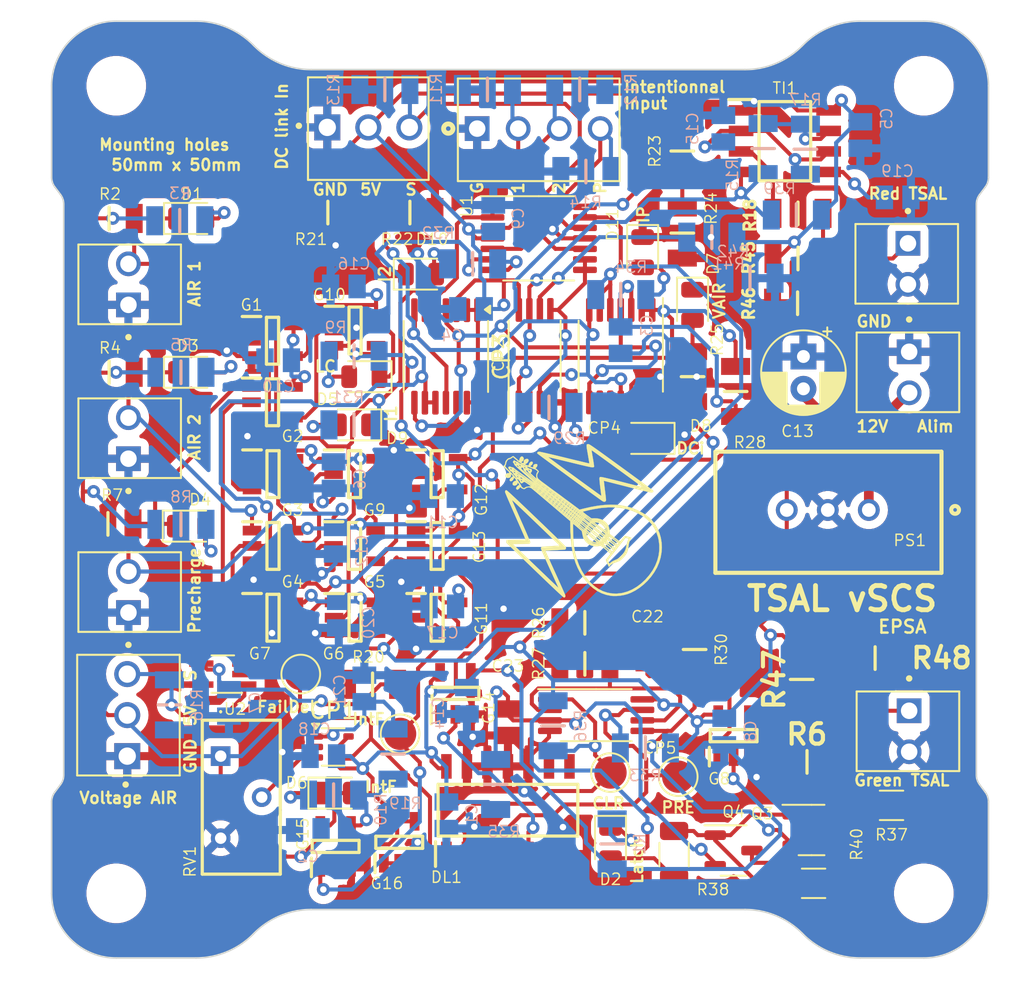
<source format=kicad_pcb>
(kicad_pcb (version 20240108) (generator "pcbnew") (generator_version "8.0")
  (title_block (title "TSAL") (date "2024-02-05") (rev "V2.1") (company "EPSA"))
  (layers (0 "F.Cu" signal) (31 "B.Cu" signal) (34 "B.Paste" user) (35 "F.Paste" user) (36 "B.SilkS" user "B.Silkscreen") (37 "F.SilkS" user "F.Silkscreen") (38 "B.Mask" user) (39 "F.Mask" user) (44 "Edge.Cuts" user))
  (net 0 "")
  (net 1 "+5V")
  (net 2 "Net-(D1-A)")
  (net 3 "Net-(D2-K)")
  (net 4 "Net-(D3-A)")
  (net 5 "Net-(D4-A)")
  (net 6 "Net-(D5-A)")
  (net 7 "+12V")
  (net 8 "Net-(D9-A)")
  (net 9 "Net-(D10-A)")
  (net 10 "Net-(D11-A)")
  (net 11 "GND")
  (net 12 "/Int_del")
  (net 13 "/CLR")
  (net 14 "/mid_Pot")
  (net 15 "/PRE")
  (net 16 "/SCS compliance")
  (net 17 "/DC-Link_In")
  (net 18 "/4.25V")
  (net 19 "/0.75V")
  (net 20 "/VoltageAIR")
  (net 21 "/Raw_VoltageAIR")
  (net 22 "/AIR_1")
  (net 23 "/AIR_2")
  (net 24 "/PreCharge")
  (net 25 "Net-(D6-K)")
  (net 26 "Net-(D7-A)")
  (net 27 "Net-(D8-A)")
  (net 28 "/Int_AIR_1")
  (net 29 "/Int_AIR_2")
  (net 30 "/Int_PreCharge")
  (net 31 "/Int_log")
  (net 32 "/Raw_Int_AIR_1")
  (net 33 "/Raw_Int_AIR_2")
  (net 34 "/Raw_DC-Link_In")
  (net 35 "/Raw_Int_PreCharge")
  (net 36 "Net-(TI1-THRESHOLD)")
  (net 37 "Net-(TI1-CONTROL_VOLTAGE)")
  (net 38 "/INT")
  (net 42 "Net-(G1-Pad4)")
  (net 43 "Net-(G12-Pad2)")
  (net 44 "Net-(G3-Pad4)")
  (net 45 "Net-(G4-Pad4)")
  (net 46 "Net-(G10-Pad2)")
  (net 47 "Net-(G11-Pad1)")
  (net 48 "/Lightning_cond")
  (net 49 "Net-(G12-Pad1)")
  (net 50 "Net-(G11-Pad4)")
  (net 51 "Net-(G12-Pad4)")
  (net 52 "Net-(CP1-+)")
  (net 53 "Net-(TI1-DISCHARGE)")
  (net 54 "/Clign")
  (net 55 "Net-(G6-Pad1)")
  (net 56 "Net-(G15-Pad2)")
  (net 57 "Net-(G15-Pad4)")
  (net 58 "/dis2")
  (net 59 "/dis1")
  (net 60 "Net-(Q3-Pad1)")
  (net 61 "Net-(Q3-Pad3)")
  (net 62 "Net-(CP1--)")
  (net 63 "/DC-Link_In_SCS")
  (net 64 "Net-(G14-Pad4)")
  (net 65 "Net-(J5-Pad1)")
  (net 66 "Net-(J9-Pad1)")
  (net 67 "/2.5V")
  (net 68 "Net-(G8-Pad4)")
  (footprint "EPSA_lib:RESC3216X70N" (layer "F.Cu") (at 122.4788 38.2778)
    (property "Reference" "R18")
    (property "Value" "3k9" (hide yes))
  )
  (footprint "LED_SMD:LED_0805_2012Metric" (layer "F.Cu") (at 99.1385 42.037)
    (property "Reference" "D10")
    (property "Value" "LED")
  )
  (footprint "MountingHole:MountingHole_3.2mm_M3" (layer "F.Cu") (at 130.271 80.377)
    (property "Reference" "H4" (hide yes))
    (property "Value" "MountingHole")
  )
  (footprint "EPSA:SOIC127P600X175-14N" (layer "F.Cu") (at 104.521 75.229 90)
    (property "Reference" "DL1")
    (property "Value" "Bascule D SN74HCS72QDRQ1" (hide yes))
  )
  (footprint "EPSA:MOLEX_22-11-2022" (layer "F.Cu") (at 129.361 69.072 -90)
    (property "Reference" "J5" (hide yes))
    (property "Value" "2P Droit 2-11-2022")
  )
  (footprint "EPSA:SOT95P280X145-5N" (layer "F.Cu") (at 95.026 54.422)
    (property "Reference" "G9")
    (property "Value" "Gate OR SN74AHCT1G32DBVR" (hide yes))
  )
  (footprint "EPSA_lib:RESC3216X70N" (layer "F.Cu") (at 122.4534 43.8404)
    (property "Reference" "R46")
    (property "Value" "8k2" (hide yes))
  )
  (footprint "EPSA:RESC3216X70N" (layer "F.Cu") (at 115.951 48.387 -90)
    (property "Reference" "R25")
    (property "Value" "500" (hide yes))
  )
  (footprint "MountingHole:MountingHole_3.2mm_M3" (layer "F.Cu") (at 80.271 30.377)
    (property "Reference" "H2" (hide yes))
    (property "Value" "MountingHole")
  )
  (footprint "EPSA:MOLEX_22-11-2032" (layer "F.Cu") (at 80.951 71.882 90)
    (property "Reference" "J4" (hide yes))
    (property "Value" "3P Droit 22-11-2032")
  )
  (footprint "Package_SO:TSSOP-8_4.4x3mm_P0.65mm" (layer "F.Cu") (at 109.982 69.342)
    (property "Reference" "CP5")
    (property "Value" "Comparator_Dual")
  )
  (footprint "TestPoint:TestPoint_Pad_D2.0mm" (layer "F.Cu") (at 110.871 72.898)
    (property "Reference" "TP4" (hide yes))
    (property "Value" "type=\"R\" model=\"TestPoint\" lib=\"\"")
  )
  (footprint "Capacitor_THT:CP_Radial_D5.0mm_P2.00mm" (layer "F.Cu") (at 122.81612 47.139197 -90)
    (property "Reference" "C13")
    (property "Value" "C")
  )
  (footprint "EPSA:RESC3216X70N" (layer "F.Cu") (at 118.61787 49.303974 90)
    (property "Reference" "R28")
    (property "Value" "10k" (hide yes))
  )
  (footprint "MountingHole:MountingHole_3.2mm_M3" (layer "F.Cu") (at 80.271 80.377)
    (property "Reference" "H3" (hide yes))
    (property "Value" "MountingHole")
  )
  (footprint "EPSA:SOT95P280X145-5N" (layer "F.Cu") (at 100.136 63.312)
    (property "Reference" "G11")
    (property "Value" "Gate AND SN74AHCT1G08DBVR" (hide yes))
  )
  (footprint "EPSA_lib:RESC3216X70N" (layer "F.Cu") (at 122.7074 67.1322 90)
    (property "Reference" "R47")
    (property "Value" "8k2" (hide yes))
  )
  (footprint "EPSA:MOLEX_22-11-2022" (layer "F.Cu") (at 81.026 62.992 90)
    (property "Reference" "J3" (hide yes))
    (property "Value" "2P Droit 2-11-2022")
  )
  (footprint "EPSA:SOT95P280X145-5N" (layer "F.Cu") (at 95.056 45.527)
    (property "Reference" "G10")
    (property "Value" "Gate AND SN74AHCT1G08DBVR" (hide yes))
  )
  (footprint "EPSA:SOT95P280X145-5N" (layer "F.Cu") (at 101.2698 67.9958 90)
    (property "Reference" "G14")
    (property "Value" "Gate AND SN74AHCT1G08DBVR" (hide yes))
  )
  (footprint "Package_SO:TSSOP-14_4.4x5mm_P0.65mm" (layer "F.Cu") (at 106.426 39.824159)
    (property "Reference" "U1")
    (property "Value" "Opamp_Quad")
  )
  (footprint "Package_TO_SOT_SMD:SOT-23-3" (layer "F.Cu") (at 118.491 77.724)
    (property "Reference" "Q4")
    (property "Value" "PMOS SI2343CDS-T1-GE3")
  )
  (footprint "EPSA:3296Y1223LF" (layer "F.Cu") (at 86.736 71.882 180)
    (property "Reference" "RV1")
    (property "Value" "Varystor 3296Y-1-223LF" (hide yes))
  )
  (footprint "LED_SMD:LED_0805_2012Metric" (layer "F.Cu") (at 115.951 43.942 -90)
    (property "Reference" "D7")
    (property "Value" "LED")
  )
  (footprint "EPSA:RESC3216X70N" (layer "F.Cu") (at 116.078 65.278 90)
    (property "Reference" "R30")
    (property "Value" "500k" (hide yes))
  )
  (footprint "EPSA:SOT95P280X145-5N" (layer "F.Cu") (at 89.946 46.162)
    (property "Reference" "G1")
    (property "Value" "Gate AND SN74AHCT1G08DBVR" (hide yes))
  )
  (footprint "LED_SMD:LED_0805_2012Metric" (layer "F.Cu") (at 94.98945 51.370969 180)
    (property "Reference" "D9")
    (property "Value" "LED")
  )
  (footprint "EPSA:SOT95P280X145-5N" (layer "F.Cu") (at 100.136 58.867)
    (property "Reference" "G13")
    (property "Value" "Gate NOR SN74AHCT1G02DBVR" (hide yes))
  )
  (footprint "EPSA:RESC3216X70N" (layer "F.Cu") (at 109.2835 66.167)
    (property "Reference" "R27")
    (property "Value" "50k" (hide yes))
  )
  (footprint "Resistor_SMD:R_1206_3216Metric" (layer "F.Cu") (at 123.444 79.756)
    (property "Reference" "R40")
    (property "Value" "100k")
  )
  (footprint "Resistor_SMD:R_1206_3216Metric" (layer "F.Cu") (at 128.27 74.93 180)
    (property "Reference" "R37")
    (property "Value" "1k")
  )
  (footprint "EPSA:SOT95P280X145-5N" (layer "F.Cu") (at 89.976 63.312)
    (property "Reference" "G7")
    (property "Value" "Gate OR SN74AHCT1G32DBVR" (hide yes))
  )
  (footprint "EPSA:MOLEX_22-11-2042" (layer "F.Cu") (at 106.426 33.02968)
    (property "Reference" "J7" (hide yes))
    (property "Value" "4P Droit 22-11-2042")
  )
  (footprint "EPSA:CAPC2012X130N" (layer "F.Cu") (at 104.521 69.781 90)
    (property "Reference" "C23")
    (property "Value" "1u" (hide yes))
  )
  (footprint "EPSA:RESC3216X70N" (layer "F.Cu") (at 115.316 34.417 90)
    (property "Reference" "R23")
    (property "Value" "82k" (hide yes))
  )
  (footprint "EPSA:SOT95P280X145-5N" (layer "F.Cu") (at 89.976 54.422)
    (property "Reference" "G3")
    (property "Value" "Gate AND SN74AHCT1G08DBVR" (hide yes))
  )
  (footprint "EPSA:RESC3216X70N" (layer "F.Cu") (at 79.831 48.117 180)
    (property "Reference" "R4")
    (property "Value" "10k" (hide yes))
  )
  (footprint "EPSA:SOT95P280X145-5N" (layer "F.Cu") (at 100.136 54.422)
    (property "Reference" "G12")
    (property "Value" "Gate OR SN74AHCT1G32DBVR" (hide yes))
  )
  (footprint "Package_TO_SOT_SMD:SOT-353_SC-70-5" (layer "F.Cu") (at 93.7006 71.313)
    (property "Reference" "CP1")
    (property "Value" "Comparator")
  )
  (footprint "EPSA:MOLEX_22-11-2022" (layer "F.Cu") (at 129.361 46.847 -90)
    (property "Reference" "J6" (hide yes))
    (property "Value" "2P Droit 2-11-2022")
  )
  (footprint "EPSA:MOLEX_22-11-2022" (layer "F.Cu") (at 129.286 40.132 -90)
    (property "Reference" "J9" (hide yes))
    (property "Value" "2P Droit 2-11-2022")
  )
  (footprint "EPSA:RESC3216X70N" (layer "F.Cu") (at 115.316 39.497 90)
    (property "Reference" "R24")
    (property "Value" "12k" (hide yes))
  )
  (footprint "EPSA:SOT95P280X145-5N" (layer "F.Cu") (at 93.853 77.47 90)
    (property "Reference" "G15")
    (property "Value" "Gate OR SN74AHCT1G32DBVR" (hide yes))
  )
  (footprint "EPSA:SOT95P280X145-5N" (layer "F.Cu") (at 89.976 58.867)
    (property "Reference" "G4")
    (property "Value" "Gate AND SN74AHCT1G08DBVR" (hide yes))
  )
  (footprint "EPSA:RESC3216X70N" (layer "F.Cu") (at 98.451 38.227 180)
    (property "Reference" "R22")
    (property "Value" "82k" (hide yes))
  )
  (footprint "EPSA:RESC3216X70N" (layer "F.Cu") (at 109.2835 63.627 180)
    (property "Reference" "R26")
    (property "Value" "100k" (hide yes))
  )
  (footprint "LED_SMD:LED_0805_2012Metric" (layer "F.Cu") (at 93.853 74.168)
    (property "Reference" "D6")
    (property "Value" "LED")
  )
  (footprint "EPSA:SOIC127P600X175-8N" (layer "F.Cu") (at 121.666 33.8074)
    (property "Reference" "TI1")
    (property "Value" "Timer 555 LM555CMX_NOPB" (hide yes))
  )
  (footprint "EPSA:RESC3216X70N" (layer "F.Cu") (at 79.756 57.502 180)
    (property "Reference" "R7")
    (property "Value" "10k" (hide yes))
  )
  (footprint "LED_SMD:LED_0805_2012Metric" (layer "F.Cu") (at 113.152134 52.207993 180)
    (property "Reference" "D8")
    (property "Value" "LED")
  )
  (footprint "Package_TO_SOT_SMD:SOT-353_SC-70-5_Handsoldering" (layer "F.Cu") (at 86.868 66.802 180)
    (property "Reference" "U2")
    (property "Value" "Opamp")
  )
  (footprint "Package_TO_SOT_SMD:SOT-23-3" (layer "F.Cu") (at 123.317 76.454)
    (property "Reference" "Q3")
    (property "Value" "PMOS SI2343CDS-T1-GE3")
  )
  (footprint "EPSA_lib:RESC3216X70N" (layer "F.Cu") (at 127.254 65.8114)
    (property "Reference" "R48")
    (property "Value" "8k2" (hide yes))
  )
  (footprint "EPSA:SOT95P280X145-5N" (layer "F.Cu") (at 118.491 70.612 90)
    (property "Reference" "G8")
    (property "Value" "Gate AND SN74AHCT1G08DBVR" (hide yes))
  )
  (footprint "EPSA:MOLEX_22-11-2032" (layer "F.Cu") (at 93.336 32.95468)
    (property "Reference" "J8" (hide yes))
    (property "Value" "3P Droit 22-11-2032")
  )
  (footprint "TestPoint:TestPoint_Pad_D2.0mm" (layer "F.Cu") (at 97.844416 70.501163)
    (property "Reference" "TP1" (hide yes))
    (property "Value" "type=\"R\" model=\"TestPoint\" lib=\"\"")
  )
  (footprint "EPSA:SOT95P280X145-5N" (layer "F.Cu") (at 95.056 63.312)
    (property "Reference" "G6")
    (property "Value" "Gate AND SN74AHCT1G08DBVR" (hide yes))
  )
  (footprint "LED_SMD:LED_0805_2012Metric" (layer "F.Cu") (at 84.836 57.642)
    (property "Reference" "D4")
    (property "Value" "LED")
  )
  (footprint "EPSA:RESC3216X70N" (layer "F.Cu") (at 93.371 38.227 180)
    (property "Reference" "R21")
    (property "Value" "12k" (hide yes))
  )
  (footprint "Package_SO:TSSOP-14_4.4x5mm_P0.65mm" (layer "F.Cu") (at 111.506 47.117 -90)
    (property "Reference" "CP4")
    (property "Value" "Comparator_Quad")
  )
  (footprint "EPSA_lib:RESC3216X70N" (layer "F.Cu") (at 122.4788 41.0718 180)
    (property "Reference" "R45")
    (property "Value" "8k2" (hide yes))
  )
  (footprint "LED_SMD:LED_0805_2012Metric" (layer "F.Cu") (at 84.911 48.117)
    (property "Reference" "D3")
    (property "Value" "LED")
  )
  (footprint "EPSA:MOLEX_22-11-2022" (layer "F.Cu") (at 81.026 53.467 90)
    (property "Reference" "J2" (hide yes))
    (property "Value" "2P Droit 2-11-2022")
  )
  (footprint "LED_SMD:LED_0805_2012Metric" (layer "F.Cu") (at 112.860243 40.682825 -90)
    (property "Reference" "D11")
    (property "Value" "LED")
  )
  (footprint "LED_SMD:LED_0805_2012Metric" (layer "F.Cu") (at 84.911 38.592)
    (property "Reference" "D1")
    (property "Value" "LED")
  )
  (footprint "EPSA_lib:RESC3216X70N" (layer "F.Cu") (at 123.0376 72.2376)
    (property "Reference" "R6")
    (property "Value" "3k9" (hide yes))
  )
  (footprint "TestPoint:TestPoint_Pad_D2.0mm" (layer "F.Cu") (at 115.062 73.152)
    (property "Reference" "TP3" (hide yes))
    (property "Value" "type=\"R\" model=\"TestPoint\" lib=\"\"")
  )
  (footprint "Package_SO:TSSOP-14_4.4x5mm_P0.65mm" (layer "F.Cu") (at 100.6808 47.1357 -90)
    (property "Reference" "CP3")
    (property "Value" "Comparator_Quad")
  )
  (footprint "Resistor_SMD:R_1206_3216Metric" (layer "F.Cu") (at 114.808 77.978 90)
    (property "Reference" "R38")
    (property "Value" "10k")
  )
  (footprint "LED_SMD:LED_0805_2012Metric" (layer "F.Cu") (at 95.631 48.387 180)
    (property "Reference" "D5")
    (property "Value" "LED")
  )
  (footprint "TestPoint:TestPoint_Pad_D2.0mm" (layer "F.Cu") (at 91.694 66.802)
    (property "Reference" "TP2" (hide yes))
    (property "Value" "type=\"R\" model=\"TestPoint\" lib=\"\"")
  )
  (footprint "LED_SMD:LED_0805_2012Metric" (layer "F.Cu") (at 110.871 77.2645 -90)
    (property "Reference" "D2")
    (property "Value" "LED")
  )
  (footprint "Package_SO:TSSOP-8_4.4x3mm_P0.65mm" (layer "F.Cu") (at 106.172 47.117 90)
    (property "Reference" "CP2")
    (property "Value" "Comparator_Dual")
  )
  (footprint "EPSA:SOT95P280X145-5N" (layer "F.Cu") (at 97.79 77.216 90)
    (property "Reference" "G16")
    (property "Value" "Gate NOR SN74AHCT1G02DBVR" (hide yes))
  )
  (footprint "EPSA:RESC3216X70N" (layer "F.Cu") (at 96.139 67.437)
    (property "Reference" "R20")
    (property "Value" "10k" (hide yes))
  )
  (footprint "EPSA:RESC3216X70N" (layer "F.Cu") (at 79.831 38.592 180)
    (property "Reference" "R2")
    (property "Value" "10k" (hide yes))
  )
  (footprint "EPSA:SOT95P280X145-5N" (layer "F.Cu") (at 89.946 49.972)
    (property "Reference" "G2")
    (property "Value" "Gate AND SN74AHCT1G08DBVR" (hide yes))
  )
  (footprint "EPSA:SOT95P280X145-5N" (layer "F.Cu") (at 95.026 58.867)
    (property "Reference" "G5")
    (property "Value" "Gate AND SN74AHCT1G08DBVR" (hide yes))
  )
  (footprint "EPSA:Mandolule Silk" (layer "F.Cu") (at 109.1438 57.3024)
    (property "Reference" "Ref**" (hide yes))
    (property "Value" "Val**" (hide yes))
  )
  (footprint "MountingHole:MountingHole_3.2mm_M3" (layer "F.Cu") (at 130.271 30.377)
    (property "Reference" "H1" (hide yes))
    (property "Value" "MountingHole")
  )
  (footprint "EPSA:TSR-2" (layer "F.Cu") (at 131.36332 60.532 180)
    (property "Reference" "PS1")
    (property "Value" "Alim HP TSR_2-2450" (hide yes))
  )
  (footprint "EPSA:CAPC2012X130N" (layer "F.Cu") (at 113.157 65.278 -90)
    (property "Reference" "C22")
    (property "Value" "2.2u" (hide yes))
  )
  (footprint "EPSA:MOLEX_22-11-2022" (layer "F.Cu") (at 81.026 43.942 90)
    (property "Reference" "J1" (hide yes))
    (property "Value" "2P Droit 2-11-2022")
  )
  (footprint "EPSA:RESC3216X70N" (layer "B.Cu") (at 122.3772 38.3794 180)
    (property "Reference" "R39")
    (property "Value" "10k" (hide yes))
  )
  (footprint "EPSA:CAPC2012X130N" (layer "B.Cu") (at 117.856 33.0345 -90)
    (property "Reference" "C15")
    (property "Value" "1u" (hide yes))
  )
  (footprint "EPSA:RESC3216X70N" (layer "B.Cu") (at 96.901 30.607)
    (property "Reference" "R13")
    (property "Value" "500k" (hide yes))
  )
  (footprint "EPSA:CAPC2012X130N" (layer "B.Cu") (at 111.496279 46.125306 90)
    (property "Reference" "C3")
    (property "Value" "10u" (hide yes))
  )
  (footprint "EPSA:RESC3216X70N" (layer "B.Cu") (at 108.966 30.607 180)
    (property "Reference" "R12")
    (property "Value" "500k" (hide yes))
  )
  (footprint "EPSA:CAPC2012X130N" (layer "B.Cu") (at 94.361 42.799)
    (property "Reference" "C16")
    (property "Value" "10u" (hide yes))
  )
  (footprint "EPSA:RESC3216X70N" (layer "B.Cu") (at 94.98945 51.370969)
    (property "Reference" "R31")
    (property "Value" "500" (hide yes))
  )
  (footprint "EPSA:RESC3216X70N" (layer "B.Cu") (at 103.759 73.6346 -90)
    (property "Reference" "R35")
    (property "Value" "500k" (hide yes))
  )
  (footprint "EPSA:CAPC2012X130N" (layer "B.Cu") (at 90.297 47.371)
    (property "Reference" "C10")
    (property "Value" "10u" (hide yes))
  )
  (footprint "EPSA:RESC3216X70N" (layer "B.Cu") (at 111.506 43.307 180)
    (property "Reference" "R34")
    (property "Value" "500" (hide yes))
  )
  (footprint "EPSA:RESC3216X70N" (layer "B.Cu") (at 102.336 41.402)
    (property "Reference" "R32")
    (property "Value" "500" (hide yes))
  )
  (footprint "EPSA:RESC3216X70N" (layer "B.Cu") (at 94.996 47.117 180)
    (property "Reference" "R9")
    (property "Value" "500" (hide yes))
  )
  (footprint "EPSA:RESC3216X70N" (layer "B.Cu") (at 84.276 57.531 180)
    (property "Reference" "R8")
    (property "Value" "500" (hide yes))
  )
  (footprint "EPSA:CAPC2012X130N" (layer "B.Cu") (at 95.631 67.691 90)
    (property "Reference" "C21")
    (property "Value" "2.2u" (hide yes))
  )
  (footprint "EPSA:RESC3216X70N" (layer "B.Cu") (at 120.3198 34.2646 -90)
    (property "Reference" "R15")
    (property "Value" "2k" (hide yes))
  )
  (footprint "EPSA:RESC3216X70N" (layer "B.Cu") (at 109.347 35.687)
    (property "Reference" "R14")
    (property "Value" "500k" (hide yes))
  )
  (footprint "EPSA:CAPC2012X130N" (layer "B.Cu") (at 93.853 58.547 90)
    (property "Reference" "C12")
    (property "Value" "10u" (hide yes))
  )
  (footprint "EPSA:CAPC2012X130N" (layer "B.Cu") (at 93.091 71.882)
    (property "Reference" "C18")
    (property "Value" "10u" (hide yes))
  )
  (footprint "EPSA:CAPC2012X130N" (layer "B.Cu") (at 103.612553 38.58138 -90)
    (property "Reference" "C9")
    (property "Value" "10u" (hide yes))
  )
  (footprint "EPSA:RESC3216X70N" (layer "B.Cu") (at 117.1448 39.751)
    (property "Reference" "R41")
    (property "Value" "12k" (hide yes))
  )
  (footprint "EPSA:CAPC2012X130N" (layer "B.Cu") (at 128.651 37.2872 180)
    (property "Reference" "C19")
    (property "Value" "0.01u" (hide yes))
  )
  (footprint "EPSA:RESC3216X70N" (layer "B.Cu") (at 107.315 70.0024 90)
    (property "Reference" "R36")
    (property "Value" "5k" (hide yes))
  )
  (footprint "EPSA:RESC3216X70N" (layer "B.Cu") (at 110.9726 77.3176 90)
    (property "Reference" "R1")
    (property "Value" "500" (hide yes))
  )
  (footprint "EPSA:RESC3216X70N" (layer "B.Cu") (at 103.251 30.607)
    (property "Reference" "R11")
    (property "Value" "500k" (hide yes))
  )
  (footprint "EPSA:RESC3216X70N" (layer "B.Cu") (at 93.726 74.295 180)
    (property "Reference" "R10")
    (property "Value" "500" (hide yes))
  )
  (footprint "EPSA:RESC3216X70N" (layer "B.Cu") (at 119.507 42.291 180)
    (property "Reference" "R42")
    (property "Value" "12k" (hide yes))
  )
  (footprint "EPSA:RESC3216X70N" (layer "B.Cu") (at 113.03 71.374)
    (property "Reference" "R33")
    (property "Value" "5k" (hide yes))
  )
  (footprint "EPSA:RESC3216X70N" (layer "B.Cu") (at 107.061 50.292 180)
    (property "Reference" "R29")
    (property "Value" "500" (hide yes))
  )
  (footprint "EPSA:CAPC2012X130N" (layer "B.Cu") (at 92.133 76.454)
    (property "Reference" "C2")
    (property "Value" "10u" (hide yes))
  )
  (footprint "EPSA:RESC3216X70N" (layer "B.Cu") (at 84.276 48.117 180)
    (property "Reference" "R5")
    (property "Value" "500" (hide yes))
  )
  (footprint "EPSA:CAPC2012X130N" (layer "B.Cu") (at 93.726 54.483 90)
    (property "Reference" "C6")
    (property "Value" "10u" (hide yes))
  )
  (footprint "EPSA:RESC3216X70N" (layer "B.Cu") (at 83.566 68.707 90)
    (property "Reference" "R16")
    (property "Value" "500k" (hide yes))
  )
  (footprint "EPSA:RESC3216X70N" (layer "B.Cu") (at 97.409 71.755 90)
    (property "Reference" "R19")
    (property "Value" "390k" (hide yes))
  )
  (footprint "EPSA:CAPC2012X130N" (layer "B.Cu") (at 87.249 68.58465 90)
    (property "Reference" "C7")
    (property "Value" "10u" (hide yes))
  )
  (footprint "EPSA:CAPC2012X130N" (layer "B.Cu") (at 117.914322 70.35906 90)
    (property "Reference" "C8")
    (property "Value" "10u" (hide yes))
  )
  (footprint "EPSA:CAPC2012X130N" (layer "B.Cu") (at 94.049 63.119 90)
    (property "Reference" "C20")
    (property "Value" "10u" (hide yes))
  )
  (footprint "EPSA:CAPC2012X130N" (layer "B.Cu") (at 100.457 62.611)
    (property "Reference" "C17")
    (property "Value" "10u" (hide yes))
  )
  (footprint "EPSA:CAPC2012X130N" (layer "B.Cu") (at 101.981 68.453 90)
    (property "Reference" "C14")
    (property "Value" "10u" (hide yes))
  )
  (footprint "EPSA:CAPC2012X130N" (layer "B.Cu") (at 100.711 75.5396 90)
    (property "Reference" "C1")
    (property "Value" "10u" (hide yes))
  )
  (footprint "EPSA:CAPC2012X130N" (layer "B.Cu") (at 100.441905 55.779074)
    (property "Reference" "C11")
    (property "Value" "10u" (hide yes))
  )
  (footprint "EPSA:CAPC2012X130N" (layer "B.Cu") (at 126.3396 33.4264 90)
    (property "Reference" "C5")
    (property "Value" "10u" (hide yes))
  )
  (footprint "EPSA:RESC3216X70N" (layer "B.Cu") (at 122.936 34.3045 90)
    (property "Reference" "R17")
    (property "Value" "200k" (hide yes))
  )
  (footprint "EPSA:RESC3216X70N" (layer "B.Cu") (at 84.201 38.735 180)
    (property "Reference" "R3")
    (property "Value" "500" (hide yes))
  )
  (footprint "EPSA:CAPC2012X130N" (layer "B.Cu") (at 102.235 44.196)
    (property "Reference" "C4")
    (property "Value" "10u" (hide yes))
  )
  (gr_arc (start 122.735466 27.912534) (mid 121.113351 28.996408) (end 119.199932 29.377) (stroke (width 0.1)) (layer "Edge.Cuts"))
  (gr_arc (start 77.021 73.043667) (mid 76.969694 73.359898) (end 76.821 73.643667) (stroke (width 0.1)) (layer "Edge.Cuts"))
  (gr_line (start 130.271 84.377) (end 126.342068 84.377) (stroke (width 0.1)) (layer "Edge.Cuts"))
  (gr_line (start 133.521 37.710333) (end 133.521 73.043667) (stroke (width 0.1)) (layer "Edge.Cuts"))
  (gr_arc (start 85.199932 26.377) (mid 87.11335 26.7576) (end 88.735466 27.841466) (stroke (width 0.1)) (layer "Edge.Cuts"))
  (gr_line (start 133.721 73.643667) (end 134.071 74.110333) (stroke (width 0.1)) (layer "Edge.Cuts"))
  (gr_line (start 92.342068 29.377) (end 119.199932 29.377) (stroke (width 0.1)) (layer "Edge.Cuts"))
  (gr_line (start 76.271 80.377) (end 76.271 74.710333) (stroke (width 0.1)) (layer "Edge.Cuts"))
  (gr_arc (start 76.821 37.110333) (mid 76.969675 37.394108) (end 77.021 37.710333) (stroke (width 0.1)) (layer "Edge.Cuts"))
  (gr_arc (start 80.271 84.377) (mid 77.442573 83.205427) (end 76.271 80.377) (stroke (width 0.1)) (layer "Edge.Cuts"))
  (gr_arc (start 92.342068 29.377) (mid 90.42865 28.9964) (end 88.806534 27.912534) (stroke (width 0.1)) (layer "Edge.Cuts"))
  (gr_arc (start 76.271 30.377) (mid 77.442573 27.548573) (end 80.271 26.377) (stroke (width 0.1)) (layer "Edge.Cuts"))
  (gr_line (start 134.271 74.710333) (end 134.271 80.377) (stroke (width 0.1)) (layer "Edge.Cuts"))
  (gr_line (start 134.071 36.643667) (end 133.721 37.110333) (stroke (width 0.1)) (layer "Edge.Cuts"))
  (gr_arc (start 76.471 36.643667) (mid 76.322325 36.359892) (end 76.271 36.043667) (stroke (width 0.1)) (layer "Edge.Cuts"))
  (gr_arc (start 122.806534 27.841466) (mid 124.428649 26.757592) (end 126.342068 26.377) (stroke (width 0.1)) (layer "Edge.Cuts"))
  (gr_line (start 85.199932 84.377) (end 80.271 84.377) (stroke (width 0.1)) (layer "Edge.Cuts"))
  (gr_line (start 88.806534 82.841466) (end 88.735466 82.912534) (stroke (width 0.1)) (layer "Edge.Cuts"))
  (gr_line (start 119.199932 81.377) (end 92.342068 81.377) (stroke (width 0.1)) (layer "Edge.Cuts"))
  (gr_arc (start 126.342068 84.377) (mid 124.428646 83.996399) (end 122.806534 82.912534) (stroke (width 0.1)) (layer "Edge.Cuts"))
  (gr_line (start 88.735466 27.841466) (end 88.806534 27.912534) (stroke (width 0.1)) (layer "Edge.Cuts"))
  (gr_arc (start 134.071 74.110333) (mid 134.219673 74.394109) (end 134.271 74.710333) (stroke (width 0.1)) (layer "Edge.Cuts"))
  (gr_line (start 134.271 30.377) (end 134.271 36.043667) (stroke (width 0.1)) (layer "Edge.Cuts"))
  (gr_line (start 122.806534 82.912534) (end 122.735466 82.841466) (stroke (width 0.1)) (layer "Edge.Cuts"))
  (gr_arc (start 134.271 80.377) (mid 133.099427 83.205427) (end 130.271 84.377) (stroke (width 0.1)) (layer "Edge.Cuts"))
  (gr_arc (start 130.271 26.377) (mid 133.099427 27.548573) (end 134.271 30.377) (stroke (width 0.1)) (layer "Edge.Cuts"))
  (gr_line (start 77.021 73.043667) (end 77.021 37.710333) (stroke (width 0.1)) (layer "Edge.Cuts"))
  (gr_line (start 76.471 74.110333) (end 76.821 73.643667) (stroke (width 0.1)) (layer "Edge.Cuts"))
  (gr_arc (start 133.721 73.643667) (mid 133.572327 73.359891) (end 133.521 73.043667) (stroke (width 0.1)) (layer "Edge.Cuts"))
  (gr_arc (start 133.521 37.710333) (mid 133.572307 37.3941) (end 133.721 37.110333) (stroke (width 0.1)) (layer "Edge.Cuts"))
  (gr_arc (start 76.271 74.710333) (mid 76.322306 74.394102) (end 76.471 74.110333) (stroke (width 0.1)) (layer "Edge.Cuts"))
  (gr_line (start 76.271 36.043667) (end 76.271 30.377) (stroke (width 0.1)) (layer "Edge.Cuts"))
  (gr_arc (start 134.271 36.043667) (mid 134.219684 36.359893) (end 134.071 36.643667) (stroke (width 0.1)) (layer "Edge.Cuts"))
  (gr_line (start 76.821 37.110333) (end 76.471 36.643667) (stroke (width 0.1)) (layer "Edge.Cuts"))
  (gr_line (start 80.271 26.377) (end 85.199932 26.377) (stroke (width 0.1)) (layer "Edge.Cuts"))
  (gr_arc (start 119.199932 81.377) (mid 121.113351 81.757599) (end 122.735466 82.841466) (stroke (width 0.1)) (layer "Edge.Cuts"))
  (gr_arc (start 88.735466 82.912534) (mid 87.113349 83.996398) (end 85.199932 84.377) (stroke (width 0.1)) (layer "Edge.Cuts"))
  (gr_line (start 126.342068 26.377) (end 130.271 26.377) (stroke (width 0.1)) (layer "Edge.Cuts"))
  (gr_line (start 122.735466 27.912534) (end 122.806534 27.841466) (stroke (width 0.1)) (layer "Edge.Cuts"))
  (gr_arc (start 88.806534 82.841466) (mid 90.428651 81.757602) (end 92.342068 81.377) (stroke (width 0.1)) (layer "Edge.Cuts"))
  (gr_text "5V" (at 85.271 69.377 90) (layer "F.SilkS") (effects (font (size 0.7 0.7)) (justify bottom)))
  (gr_text "GND" (at 85.271 71.877 90) (layer "F.SilkS") (effects (font (size 0.7 0.7)) (justify bottom)))
  (gr_text "Mounting holes" (at 79.133 34.437 0) (layer "F.SilkS") (effects (font (size 0.7 0.7)) (justify left bottom)))
  (gr_text "GND" (at 126.021 45.377 0) (layer "F.SilkS") (effects (font (size 0.7 0.7)) (justify left bottom)))
  (gr_text "IP" (at 112.903 38.354 90) (layer "F.SilkS") (effects (font (size 0.7 0.7) (thickness 0.14) (bold yes))))
  (gr_text "2" (at 107.696 36.703 90) (layer "F.SilkS") (effects (font (size 0.7 0.7))))
  (gr_text "AIR 1" (at 85.521 42.627 90) (layer "F.SilkS") (effects (font (size 0.7 0.7)) (justify bottom)))
  (gr_text "EPSA" (at 127.3556 64.3382 0) (layer "F.SilkS") (effects (font (size 0.8 0.8)) (justify left bottom)))
  (gr_text "Green TSAL" (at 128.905 73.787 0) (layer "F.SilkS") (effects (font (size 0.7 0.7)) (justify bottom)))
  (gr_text "IntF" (at 95.885 69.596 0) (layer "F.SilkS") (effects (font (size 0.7 0.7) (thickness 0.14) (bold yes))))
  (gr_text "AIR 2" (at 85.521 52.127 90) (layer "F.SilkS") (effects (font (size 0.7 0.7)) (justify bottom)))
  (gr_text "PRE" (at 115.062 75.057 0) (layer "F.SilkS") (effects (font (size 0.7 0.7) (thickness 0.14) (bold yes))))
  (gr_text "1" (at 105.156 36.703 90) (layer "F.SilkS") (effects (font (size 0.7 0.7))))
  (gr_text "IntF" (at 96.647 73.787 0) (layer "F.SilkS") (effects (font (size 0.7 0.7) (thickness 0.14) (bold yes))))
  (gr_text "G" (at 102.616 36.703 90) (layer "F.SilkS") (effects (font (size 0.7 0.7))))
  (gr_text "Precharge\n" (at 85.521 61.627 90) (layer "F.SilkS") (effects (font (size 0.7 0.7)) (justify bottom)))
  (gr_text "S" (at 98.521 37.211 0) (layer "F.SilkS") (effects (font (size 0.7 0.7)) (justify bottom)))
  (gr_text "Alim" (at 129.771 51.877 0) (layer "F.SilkS") (effects (font (size 0.7 0.7)) (justify left bottom)))
  (gr_text "S" (at 85.271 66.877 90) (layer "F.SilkS") (effects (font (size 0.7 0.7)) (justify bottom)))
  (gr_text "50mm x 50mm " (at 79.883 35.687 0) (layer "F.SilkS") (effects (font (size 0.7 0.7)) (justify left bottom)))
  (gr_text "TSAL vSCS" (at 119.1514 63.0174 0) (layer "F.SilkS") (effects (font (size 1.5 1.5) (thickness 0.3) (bold yes)) (justify left bottom)))
  (gr_text "P" (at 110.236 36.703 90) (layer "F.SilkS") (effects (font (size 0.7 0.7))))
  (gr_text "I1" (at 97.282 50.673 90) (layer "F.SilkS") (effects (font (size 0.7 0.7) (thickness 0.14) (bold yes))))
  (gr_text "GND" (at 93.521 37.211 0) (layer "F.SilkS") (effects (font (size 0.7 0.7)) (justify bottom)))
  (gr_text "Latch" (at 112.522 78.359 90) (layer "F.SilkS") (effects (font (size 0.7 0.7) (thickness 0.14) (bold yes))))
  (gr_text "LC" (at 93.218 47.752 0) (layer "F.SilkS") (effects (font (size 0.7 0.7) (thickness 0.14) (bold yes))))
  (gr_text "Voltage AIR" (at 81.021 74.877 0) (layer "F.SilkS") (effects (font (size 0.7 0.7)) (justify bottom)))
  (gr_text "Intentionnal" (at 111.633 30.861 0) (layer "F.SilkS") (effects (font (size 0.7 0.7)) (justify left bottom)))
  (gr_text "Red TSAL" (at 129.286 37.465 0) (layer "F.SilkS") (effects (font (size 0.7 0.7)) (justify bottom)))
  (gr_text "FailDel" (at 90.805 68.834 0) (layer "F.SilkS") (effects (font (size 0.7 0.7) (thickness 0.14) (bold yes))))
  (gr_text "I2" (at 96.901 42.037 90) (layer "F.SilkS") (effects (font (size 0.7 0.7) (thickness 0.14) (bold yes))))
  (gr_text "Input" (at 111.633 31.877 0) (layer "F.SilkS") (effects (font (size 0.7 0.7)) (justify left bottom)))
  (gr_text "CLR" (at 110.744 74.803 0) (layer "F.SilkS") (effects (font (size 0.7 0.7) (thickness 0.14) (bold yes))))
  (gr_text "DC link In" (at 90.932 32.893 90) (layer "F.SilkS") (effects (font (size 0.7 0.7)) (justify bottom)))
  (gr_text "12V" (at 126.021 51.877 0) (layer "F.SilkS") (effects (font (size 0.7 0.7)) (justify left bottom)))
  (gr_text "DCi" (at 115.824 52.832 0) (layer "F.SilkS") (effects (font (size 0.7 0.7) (thickness 0.14) (bold yes))))
  (gr_text "5V" (at 96.021 37.211 0) (layer "F.SilkS") (effects (font (size 0.7 0.7)) (justify bottom)))
  (gr_text "VAIR" (at 117.602 43.688 90) (layer "F.SilkS") (effects (font (size 0.7 0.7) (thickness 0.14) (bold yes))))
  (segment (start 91.821 43.708) (end 92.065 43.952) (width 0.25) (layer "F.Cu") (net 1))
  (segment (start 100.33 62.103) (end 100.589 62.362) (width 0.25) (layer "F.Cu") (net 1))
  (segment (start 96.393 43.307) (end 96.356 43.344) (width 0.25) (layer "F.Cu") (net 1))
  (segment (start 120.9288 41.0718) (end 121.2348 41.0718) (width 0.25) (layer "F.Cu") (net 1))
  (segment (start 124.5362 31.9024) (end 124.377 31.9024) (width 0.25) (layer "F.Cu") (net 1))
  (segment (start 96.84 74.869) (end 96.139 74.168) (width 0.25) (layer "F.Cu") (net 1))
  (segment (start 118.61787 50.853974) (end 118.61787 52.32387) (width 0.25) (layer "F.Cu") (net 1))
  (segment (start 118.364 49.911) (end 118.61787 50.16487) (width 0.25) (layer "F.Cu") (net 1))
  (segment (start 120.116 63.728) (end 116.078 63.728) (width 0.25) (layer "F.Cu") (net 1))
  (segment (start 100.33 59.563) (end 100.33 62.103) (width 0.25) (layer "F.Cu") (net 1))
  (segment (start 101.436 62.362) (end 101.436 61.632) (width 0.25) (layer "F.Cu") (net 1))
  (segment (start 92.343336 61.925065) (end 91.906401 62.362) (width 0.25) (layer "F.Cu") (net 1))
  (segment (start 99.7458 67.8688) (end 99.7458 67.2698) (width 0.25) (layer "F.Cu") (net 1))
  (segment (start 99.7458 67.2698) (end 100.3198 66.6958) (width 0.25) (layer "F.Cu") (net 1))
  (segment (start 112.7885 68.367) (end 113.833 68.367) (width 0.25) (layer "F.Cu") (net 1))
  (segment (start 90.805 78.105) (end 91.694 78.105) (width 0.25) (layer "F.Cu") (net 1))
  (segment (start 122.4534 31.9024) (end 121.158 30.607) (width 0.25) (layer "F.Cu") (net 1))
  (segment (start 95.6395 62.362) (end 95.3805 62.103) (width 0.25) (layer "F.Cu") (net 1))
  (segment (start 96.356 44.577) (end 96.356 43.952) (width 0.25) (layer "F.Cu") (net 1))
  (segment (start 121.5142 64.389) (end 122.7074 65.5822) (width 0.25) (layer "F.Cu") (net 1))
  (segment (start 108.156225 53.52702) (end 117.41472 53.52702) (width 0.25) (layer "F.Cu") (net 1))
  (segment (start 105.2576 65.1256) (end 105.2576 65.059952) (width 0.25) (layer "F.Cu") (net 1))
  (segment (start 96.326 53.915) (end 95.426 54.815) (width 0.25) (layer "F.Cu") (net 1))
  (segment (start 99.789299 71.6534) (end 99.789299 72.208419) (width 0.25) (layer "F.Cu") (net 1))
  (segment (start 86.736 74.036) (end 90.805 78.105) (width 0.25) (layer "F.Cu") (net 1))
  (segment (start 90.297 56.261) (end 90.297 54.9275) (width 0.25) (layer "F.Cu") (net 1))
  (segment (start 101.436 53.472) (end 101.436 54.435498) (width 0.25) (layer "F.Cu") (net 1))
  (segment (start 113.833 68.367) (end 114.168701 68.702701) (width 0.25) (layer "F.Cu") (net 1))
  (segment (start 78.867 55.499) (end 78.206 55.499) (width 0.25) (layer "F.Cu") (net 1))
  (segment (start 121.78332 62.11268) (end 120.168 63.728) (width 0.25) (layer "F.Cu") (net 1))
  (segment (start 92.102 57.779837) (end 91.964837 57.917) (width 0.25) (layer "F.Cu") (net 1))
  (segment (start 121.2348 41.0718) (end 122.2508 40.0558) (width 0.25) (layer "F.Cu") (net 1))
  (segment (start 114.808 79.4405) (end 113.5695 78.202) (width 0.25) (layer "F.Cu") (net 1))
  (segment (start 93.772084 75.899916) (end 93.772084 74.375916) (width 0.25) (layer "F.Cu") (net 1))
  (segment (start 78.281 38.592) (end 78.281 48.117) (width 0.25) (layer "F.Cu") (net 1))
  (segment (start 115.316 32.867) (end 113.766 32.867) (width 0.25) (layer "F.Cu") (net 1))
  (segment (start 104.267 43.942) (end 104.267 42.554305) (width 0.25) (layer "F.Cu") (net 1))
  (segment (start 95.426 56.31) (end 96.326 57.21) (width 0.25) (layer "F.Cu") (net 1))
  (segment (start 80.256498 48.117) (end 80.231914 48.141584) (width 0.25) (layer "F.Cu") (net 1))
  (segment (start 91.44 48.387) (end 91.246 48.581) (width 0.25) (layer "F.Cu") (net 1))
  (segment (start 104.394 42.427305) (end 102.479695 42.427305) (width 0.25) (layer "F.Cu") (net 1))
  (segment (start 96.356 43.344) (end 96.356 44.577) (width 0.25) (layer "F.Cu") (net 1))
  (segment (start 102.479695 42.427305) (end 101.361 43.546) (width 0.25) (layer "F.Cu") (net 1))
  (segment (start 96.647 67.437) (end 97.689 67.437) (width 0.25) (layer "F.Cu") (net 1))
  (segment (start 101.933498 54.435498) (end 102.336 54.838) (width 0.25) (layer "F.Cu") (net 1))
  (segment (start 102.1925 53.472) (end 102.489 53.1755) (width 0.25) (layer "F.Cu") (net 1))
  (segment (start 102.0855 39.3475) (end 102.562159 39.824159) (width 0.25) (layer "F.Cu") (net 1))
  (segment (start 95.426 54.815) (end 95.426 56.31) (width 0.25) (layer "F.Cu") (net 1))
  (segment (start 80.0581 38.583953) (end 78.289047 38.583953) (width 0.25) (layer "F.Cu") (net 1))
  (segment (start 93.98 74.168) (end 94.7905 74.168) (width 0.25) (layer "F.Cu") (net 1))
  (segment (start 102.336 54.838) (end 102.336 56.16) (width 0.25) (layer "F.Cu") (net 1))
  (segment (start 93.8276 71.486) (end 93.8276 72.3138) (width 0.25) (layer "F.Cu") (net 1))
  (segment (start 86.6394 66.5226) (end 85.9086 66.5226) (width 0.25) (layer "F.Cu") (net 1))
  (segment (start 78.206 55.499) (end 78.206 57.502) (width 0.25) (layer "F.Cu") (net 1))
  (segment (start 94.1578 72.644) (end 95.5294 72.644) (width 0.25) (layer "F.Cu") (net 1))
  (segment (start 92.065 43.952) (end 91.246 44.771) (width 0.25) (layer "F.Cu") (net 1))
  (segment (start 92.329 52.959) (end 91.44 52.959) (width 0.25) (layer "F.Cu") (net 1))
  (segment (start 105.197 42.722305) (end 104.902 42.427305) (width 0.25) (layer "F.Cu") (net 1))
  (segment (start 96.356 61.812) (end 96.356 62.362) (width 0.25) (layer "F.Cu") (net 1))
  (segment (start 78.206 67.792) (end 78.206 57.502) (width 0.25) (layer "F.Cu") (net 1))
  (segment (start 117.450502 49.911) (end 118.364 49.911) (width 0.25) (layer "F.Cu") (net 1))
  (segment (start 92.903 76.896) (end 92.903 76.17) (width 0.25) (layer "F.Cu") (net 1))
  (segment (start 101.436 58.457) (end 100.33 59.563) (width 0.25) (layer "F.Cu") (net 1))
  (segment (start 120.777 64.389) (end 121.5142 64.389) (width 0.25) (layer "F.Cu") (net 1))
  (segment (start 80.231914 48.141584) (end 78.305584 48.141584) (width 0.25) (layer "F.Cu") (net 1))
  (segment (start 101.436 57.917) (end 101.436 57.06) (width 0.25) (layer "F.Cu") (net 1))
  (segment (start 92.964 68.453) (end 93.173 68.662) (width 0.25) (layer "F.Cu") (net 1))
  (segment (start 96.326 58.36) (end 95.426 59.26) (width 0.25) (layer "F.Cu") (net 1))
  (segment (start 91.276 57.917) (end 91.276 57.24) (width 0.25) (layer "F.Cu") (net 1))
  (segment (start 85.9086 66.5226) (end 85.538 66.152) (width 0.25) (layer "F.Cu") (net 1))
  (segment (start 104.267 42.554305) (end 104.394 42.427305) (width 0.25) (layer "F.Cu") (net 1))
  (segment (start 111.931498 42.799) (end 112.156 43.023502) (width 0.25) (layer "F.Cu") (net 1))
  (segment (start 113.5695 78.202) (end 112.425 78.202) (width 0.25) (layer "F.Cu") (net 1))
  (segment (start 100.589 62.362) (end 101.436 62.362) (width 0.25) (layer "F.Cu") (net 1))
  (segment (start 117.541 69.312) (end 116.668202 69.312) (width 0.25) (layer "F.Cu") (net 1))
  (segment (start 116.668202 69.312) (end 116.236321 69.743881) (width 0.25) (layer "F.Cu") (net 1))
  (segment (start 96.326 53.472) (end 96.326 53.915) (width 0.25) (layer "F.Cu") (net 1))
  (segment (start 91.821 38.227) (end 90.043 38.227) (width 0.25) (layer "F.Cu") (net 1))
  (segment (start 105.2576 65.059952) (end 106.690552 63.627) (width 0.25) (layer "F.Cu") (net 1))
  (segment (start 106.690552 63.627) (end 107.7335 63.627) (width 0.25) (layer "F.Cu") (net 1))
  (segment (start 95.5294 72.644) (end 96.139 73.2536) (width 0.25) (layer "F.Cu") (net 1))
  (segment (start 89.027 37.211) (end 79.662 37.211) (width 0.25) (layer "F.Cu") (net 1))
  (segment (start 96.326 53.472) (end 95.3855 53.472) (width 0.25) (layer "F.Cu") (net 1))
  (segment (start 116.332 30.607) (end 115.316 31.623) (width 0.25) (layer "F.Cu") (net 1))
  (segment (start 93.173 68.662) (end 95.422 68.662) (width 0.25) (layer "F.Cu") (net 1))
  (segment (start 91.44 52.959) (end 91.276 53.123) (width 0.25) (layer "F.Cu") (net 1))
  (segment (start 101.361 43.546) (end 101.361 44.2545) (width 0.25) (layer "F.Cu") (net 1))
  (segment (start 95.426 59.26) (end 95.426 60.882) (width 0.25) (layer "F.Cu") (net 1))
  (segment (start 91.906401 62.362) (end 91.276 62.362) (width 0.25) (layer "F.Cu") (net 1))
  (segment (start 91.821 37.00968) (end 95.876 32.95468) (width 0.25) (layer "F.Cu") (net 1))
  (segment (start 117.41472 53.52702) (end 118.61787 52.32387) (width 0.25) (layer "F.Cu") (net 1))
  (segment (start 101.436 57.06) (end 101.473 57.023) (width 0.25) (layer "F.Cu") (net 1))
  (segment (start 106.500991 51.871786) (end 108.156225 53.52702) (width 0.25) (layer "F.Cu") (net 1))
  (segment (start 100.21394 72.63306) (end 100.711 72.63306) (width 0.25) (layer "F.Cu") (net 1))
  (segment (start 110.871 78.202) (end 112.425 78.202) (width 0.25) (layer "F.Cu") (net 1))
  (segment (start 120.777 64.389) (end 120.116 63.728) (width 0.25) (layer "F.Cu") (net 1))
  (segment (start 91.821 38.227) (end 91.821 37.00968) (width 0.25) (layer "F.Cu") (net 1))
  (segment (start 94.6506 70.663) (end 93.8276 71.486) (width 0.25) (layer "F.Cu") (net 1))
  (segment (start 101.436 54.435498) (end 101.933498 54.435498) (width 0.25) (layer "F.Cu") (net 1))
  (segment (start 102.0855 39.248659) (end 102.0855 39.3475) (width 0.25) (layer "F.Cu") (net 1))
  (segment (start 121.78332 53.96532) (end 121.78332 62.11268) (width 0.25) (layer "F.Cu") (net 1))
  (segment (start 96.84 75.916) (end 96.84 74.869) (width 0.25) (layer "F.Cu") (net 1))
  (segment (start 105.197 44.2545) (end 105.197 42.722305) (width 0.25) (layer "F.Cu") (net 1))
  (segment (start 112.156 43.023502) (end 112.156 44.2545) (width 0.25) (layer "F.Cu") (net 1))
  (segment (start 79.756 69.342) (end 78.206 67.792) (width 0.25) (layer "F.Cu") (net 1))
  (segment (start 115.316 31.623) (end 115.316 32.867) (width 0.25) (layer "F.Cu") (net 1))
  (segment (start 90.297 54.9275) (end 91.276 53.9485) (width 0.25) (layer "F.Cu") (net 1))
  (segment (start 96.326 57.917) (end 96.326 58.36) (width 0.25) (layer "F.Cu") (net 1))
  (segment (start 93.772084 74.375916) (end 93.98 74.168) (width 0.25) (layer "F.Cu") (net 1))
  (segment (start 101.436 53.472) (end 102.1925 53.472) (width 0.25) (layer "F.Cu") (net 1))
  (segment (start 120.14187 52.32387) (end 121.78332 53.96532) (width 0.25) (layer "F.Cu") (net 1))
  (segment (start 91.276 57.24) (end 90.297 56.261) (width 0.25) (layer "F.Cu") (net 1))
  (segment (start 92.903 76.17) (end 93.502 76.17) (width 0.25) (layer "F.Cu") (net 1))
  (segment (start 125.1712 31.2674) (end 124.5362 31.9024) (width 0.25) (layer "F.Cu") (net 1))
  (segment (start 95.422 68.662) (end 96.647 67.437) (width 0.25) (layer "F.Cu") (net 1))
  (segment (start 90.043 38.227) (end 89.027 37.211) (width 0.25) (layer "F.Cu") (net 1))
  (segment (start 96.139 74.168) (end 94.7905 74.168) (width 0.25) (layer "F.Cu") (net 1))
  (segment (start 124.377 31.9024) (end 122.4534 31.9024) (width 0.25) (layer "F.Cu") (net 1))
  (segment (start 78.206 48.192) (end 78.206 57.502) (width 0.25) (layer "F.Cu") (net 1))
  (segment (start 96.009968 56.893968) (end 96.326 57.21) (width 0.25) (layer "F.Cu") (net 1))
  (segment (start 91.246 45.212) (end 91.246 46.087402) (width 0.25) (layer "F.Cu") (net 1))
  (segment (start 93.8276 72.3138) (end 94.1578 72.644) (width 0.25) (layer "F.Cu") (net 1))
  (segment (start 96.356 43.952) (end 92.065 43.952) (width 0.25) (layer "F.Cu") (net 1))
  (segment (start 113.766 32.867) (end 111.76 30.861) (width 0.25) (layer "F.Cu") (net 1))
  (segment (start 95.3805 57.523436) (end 96.009968 56.893968) (width 0.25) (layer "F.Cu") (net 1))
  (segment (start 91.246 46.087402) (end 91.216952 46.11645) (width 0.25) (layer "F.Cu") (net 1))
  (segment (start 91.246 44.771) (end 91.246 45.212) (width 0.25) (layer "F.Cu") (net 1))
  (segment (start 91.821 38.227) (end 91.821 43.708) (width 0.25) (layer "F.Cu") (net 1))
  (segment (start 91.246 48.581) (end 91.246 49.022) (width 0.25) (layer "F.Cu") (net 1))
  (segment (start 111.76 30.861) (end 97.96968 30.861) (width 0.25) (layer "F.Cu") (net 1))
  (segment (start 101.436 54.435498) (end 101.473 54.472498) (width 0.25) (layer "F.Cu") (net 1))
  (segment (start 91.276 53.9485) (end 91.276 53.472) (width 0.25) (layer "F.Cu") (net 1))
  (segment (start 91.276 53.123) (end 91.276 53.472) (width 0.25) (layer "F.Cu") (net 1))
  (segment (start 102.336 56.16) (end 101.436 57.06) (width 0.25) (layer "F.Cu") (net 1))
  (segment (start 102.562159 39.824159) (end 103.5635 39.824159) (width 0.25) (layer "F.Cu") (net 1))
  (segment (start 96.326 57.21) (end 96.326 57.917) (width 0.25) (layer "F.Cu") (net 1))
  (segment (start 80.561 69.342) (end 79.756 69.342) (width 0.25) (layer "F.Cu") (net 1))
  (segment (start 97.96968 30.861) (end 95.876 32.95468) (width 0.25) (layer "F.Cu") (net 1))
  (segment (start 113.157 77.47) (end 113.157 76.327) (width 0.25) (layer "F.Cu") (net 1))
  (segment (start 96.356 62.362) (end 95.6395 62.362) (width 0.25) (layer "F.Cu") (net 1))
  (segment (start 118.61787 52.32387) (end 120.14187 52.32387) (width 0.25) (layer "F.Cu") (net 1))
  (segment (start 95.426 60.882) (end 96.356 61.812) (width 0.25) (layer "F.Cu") (net 1))
  (segment (start 96.139 73.2536) (end 96.139 74.168) (width 0.25) (layer "F.Cu") (net 1))
  (segment (start 101.436 57.917) (end 101.436 58.457) (width 0.25) (layer "F.Cu") (net 1))
  (segment (start 91.964837 57.917) (end 91.276 57.917) (width 0.25) (layer "F.Cu") (net 1))
  (segment (start 86.736 71.882) (end 86.736 74.036) (width 0.25) (layer "F.Cu") (net 1))
  (segment (start 79.662 37.211) (end 78.281 38.592) (width 0.25) (layer "F.Cu") (net 1))
  (segment (start 101.436 61.632) (end 101.473 61.595) (width 0.25) (layer "F.Cu") (net 1))
  (segment (start 95.3855 53.472) (end 95.3805 53.467) (width 0.25) (layer "F.Cu") (net 1))
  (segment (start 118.61787 50.16487) (end 118.61787 50.853974) (width 0.25) (layer "F.Cu") (net 1))
  (segment (start 91.9315 48.387) (end 91.44 48.387) (width 0.25) (layer "F.Cu") (net 1))
  (segment (start 104.902 42.427305) (end 104.394 42.427305) (width 0.25) (layer "F.Cu") (net 1))
  (segment (start 99.789299 72.208419) (end 100.21394 72.63306) (width 0.25) (layer "F.Cu") (net 1))
  (segment (start 91.694 78.105) (end 92.903 76.896) (width 0.25) (layer "F.Cu") (net 1))
  (segment (start 112.425 78.202) (end 113.157 77.47) (width 0.25) (layer "F.Cu") (net 1))
  (segment (start 121.158 30.607) (end 116.332 30.607) (width 0.25) (layer "F.Cu") (net 1))
  (segment (start 93.502 76.17) (end 93.772084 75.899916) (width 0.25) (layer "F.Cu") (net 1))
  (via (at 114.168701 68.702701) (size 0.8) (drill 0.4) (layers "F.Cu" "B.Cu") (net 1))
  (via (at 120.777 64.389) (size 0.8) (drill 0.4) (layers "F.Cu" "B.Cu") (net 1))
  (via (at 122.2508 40.0558) (size 0.8) (drill 0.4) (layers "F.Cu" "B.Cu") (net 1))
  (via (at 92.964 68.453) (size 0.8) (drill 0.4) (layers "F.Cu" "B.Cu") (net 1))
  (via (at 99.7458 67.8688) (size 0.8) (drill 0.4) (layers "F.Cu" "B.Cu") (net 1))
  (via (at 104.267 43.942) (size 0.8) (drill 0.4) (layers "F.Cu" "B.Cu") (net 1))
  (via (at 96.393 43.307) (size 0.8) (drill 0.4) (layers "F.Cu" "B.Cu") (net 1))
  (via (at 105.2576 65.1256) (size 0.8) (drill 0.4) (layers "F.Cu" "B.Cu") (net 1))
  (via (at 86.6394 66.5226) (size 0.8) (drill 0.4) (layers "F.Cu" "B.Cu") (net 1))
  (via (at 78.867 55.499) (size 0.8) (drill 0.4) (layers "F.Cu" "B.Cu") (net 1))
  (via (at 92.102 57.779837) (size 0.8) (drill 0.4) (layers "F.Cu" "B.Cu") (net 1))
  (via (at 95.3805 57.523436) (size 0.8) (drill 0.4) (layers "F.Cu" "B.Cu") (net 1))
  (via (at 101.473 61.595) (size 0.8) (drill 0.4) (layers "F.Cu" "B.Cu") (net 1))
  (via (at 92.343336 61.925065) (size 0.8) (drill 0.4) (layers "F.Cu" "B.Cu") (net 1))
  (via (at 102.489 53.1755) (size 0.8) (drill 0.4) (layers "F.Cu" "B.Cu") (net 1))
  (via (at 92.329 52.959) (size 0.8) (drill 0.4) (layers "F.Cu" "B.Cu") (net 1))
  (via (at 101.473 57.023) (size 0.8) (drill 0.4) (layers "F.Cu" "B.Cu") (net 1))
  (via (at 116.236321 69.743881) (size 0.8) (drill 0.4) (layers "F.Cu" "B.Cu") (net 1))
  (via (at 111.931498 42.799) (size 0.8) (drill 0.4) (layers "F.Cu" "B.Cu") (net 1))
  (via (at 95.3805 62.103) (size 0.8) (drill 0.4) (layers "F.Cu" "B.Cu") (net 1))
  (via (at 117.450502 49.911) (size 0.8) (drill 0.4) (layers "F.Cu" "B.Cu") (net 1))
  (via (at 99.789299 71.6534) (size 0.8) (drill 0.4) (layers "F.Cu" "B.Cu") (net 1))
  (via (at 91.216952 46.11645) (size 0.8) (drill 0.4) (layers "F.Cu" "B.Cu") (net 1))
  (via (at 95.3805 53.467) (size 0.8) (drill 0.4) (layers "F.Cu" "B.Cu") (net 1))
  (via (at 102.0855 39.248659) (size 0.8) (drill 0.4) (layers "F.Cu" "B.Cu") (net 1))
  (via (at 91.9315 48.387) (size 0.8) (drill 0.4) (layers "F.Cu" "B.Cu") (net 1))
  (via (at 113.157 76.327) (size 0.8) (drill 0.4) (layers "F.Cu" "B.Cu") (net 1))
  (via (at 95.5294 72.644) (size 0.8) (drill 0.4) (layers "F.Cu" "B.Cu") (net 1))
  (via (at 80.0581 38.583953) (size 0.8) (drill 0.4) (layers "F.Cu" "B.Cu") (net 1))
  (via (at 91.694 78.105) (size 0.8) (drill 0.4) (layers "F.Cu" "B.Cu") (net 1))
  (via (at 101.473 54.472498) (size 0.8) (drill 0.4) (layers "F.Cu" "B.Cu") (net 1))
  (via (at 80.256498 48.117) (size 0.8) (drill 0.4) (layers "F.Cu" "B.Cu") (net 1))
  (via (at 106.500991 51.871786) (size 0.8) (drill 0.4) (layers "F.Cu" "B.Cu") (net 1))
  (via (at 125.1712 31.2674) (size 0.8) (drill 0.4) (layers "F.Cu" "B.Cu") (net 1))
  (segment (start 94.869 53.467) (end 94.673 53.663) (width 0.25) (layer "B.Cu") (net 1))
  (segment (start 87.249 67.76465) (end 90.75165 67.76465) (width 0.25) (layer "B.Cu") (net 1))
  (segment (start 88.011 71.882) (end 83.101 71.882) (width 0.25) (layer "B.Cu") (net 1))
  (segment (start 102.0855 39.248659) (end 102.238221 39.40138) (width 0.25) (layer "B.Cu") (net 1))
  (segment (start 86.6394 66.5226) (end 86.6394 67.230817) (width 0.25) (layer "B.Cu") (net 1))
  (segment (start 110.236 72.771) (end 113.157 75.692) (width 0.25) (layer "B.Cu") (net 1))
  (segment (start 80.256498 48.117) (end 82.726 48.117) (width 0.25) (layer "B.Cu") (net 1))
  (segment (start 91.694 78.105) (end 91.948 78.105) (width 0.25) (layer "B.Cu") (net 1))
  (segment (start 99.4664 68.1482) (end 99.7458 67.8688) (width 0.25) (layer "B.Cu") (net 1))
  (segment (start 103.055 42.468) (end 103.055 44.196) (width 0.25) (layer "B.Cu") (net 1))
  (segment (start 96.52 71.6534) (end 95.5294 72.644) (width 0.25) (layer "B.Cu") (net 1))
  (segment (start 102.8105 42.2235) (end 103.055 42.468) (width 0.25) (layer "B.Cu") (net 1))
  (segment (start 101.473 54.472498) (end 101.473 55.567979) (width 0.25) (layer "B.Cu") (net 1))
  (segment (start 105.2576 65.1256) (end 104.2162 65.1256) (width 0.25) (layer "B.Cu") (net 1))
  (segment (start 99.789299 71.6534) (end 100.711 72.575101) (width 0.25) (layer "B.Cu") (net 1))
  (segment (start 86.6394 67.230817) (end 87.173233 67.76465) (width 0.25) (layer "B.Cu") (net 1))
  (segment (start 95.3805 53.467) (end 94.869 53.467) (width 0.25) (layer "B.Cu") (net 1))
  (segment (start 125.1712 31.2674) (end 125.1712 31.438) (width 0.25) (layer "B.Cu") (net 1))
  (segment (start 115.19944 68.707) (end 116.236321 69.743881) (width 0.25) (layer "B.Cu") (net 1))
  (segment (start 105.2576 65.1256) (end 107.315 67.183) (width 0.25) (layer "B.Cu") (net 1))
  (segment (start 99.789299 71.6534) (end 96.52 71.6534) (width 0.25) (layer "B.Cu") (net 1))
  (segment (start 103.612553 39.40138) (end 102.3227 39.40138) (width 0.25) (layer "B.Cu") (net 1))
  (segment (start 110.236 72.771) (end 106.4586 72.771) (width 0.25) (layer "B.Cu") (net 1))
  (segment (start 103.294 74.7196) (end 103.759 75.1846) (width 0.25) (layer "B.Cu") (net 1))
  (segment (start 106.4586 72.771) (end 105.9942 72.3066) (width 0.25) (layer "B.Cu") (net 1))
  (segment (start 124.841 37.4656) (end 123.9272 38.3794) (width 0.25) (layer "B.Cu") (net 1))
  (segment (start 95.3805 57.523436) (end 100.972564 57.523436) (width 0.25) (layer "B.Cu") (net 1))
  (segment (start 117.450502 49.911) (end 117.450502 47.092502) (width 0.25) (layer "B.Cu") (net 1))
  (segment (start 120.777 66.676382) (end 117.914322 69.53906) (width 0.25) (layer "B.Cu") (net 1))
  (segment (start 115.663306 45.305306) (end 111.496279 45.305306) (width 0.25) (layer "B.Cu") (net 1))
  (segment (start 99.789299 71.6534) (end 99.4664 71.330501) (width 0.25) (layer "B.Cu") (net 1))
  (segment (start 107.315 68.4524) (end 107.315 67.183) (width 0.25) (layer "B.Cu") (net 1))
  (segment (start 114.168701 68.702701) (end 115.195141 68.702701) (width 0.25) (layer "B.Cu") (net 1))
  (segment (start 104.013 44.196) (end 104.267 43.942) (width 0.25) (layer "B.Cu") (net 1))
  (segment (start 103.192586 52.471914) (end 102.489 53.1755) (width 0.25) (layer "B.Cu") (net 1))
  (segment (start 101.7452 67.8688) (end 101.981 67.633) (width 0.25) (layer "B.Cu") (net 1))
  (segment (start 95.3805 62.103) (end 95.1845 62.299) (width 0.25) (layer "B.Cu") (net 1))
  (segment (start 100.972564 57.523436) (end 101.473 57.023) (width 0.25) (layer "B.Cu") (net 1))
  (segment (start 101.981 67.633) (end 101.981 67.3608) (width 0.25) (layer "B.Cu") (net 1))
  (segment (start 116.236321 70.453679) (end 116.236321 69.743881) (width 0.25) (layer "B.Cu") (net 1))
  (segment (start 82.726 38.592) (end 80.066147 38.592) (width 0.25) (layer "B.Cu") (net 1))
  (segment (start 102.8105 42.2235) (end 102.8105 40.715104) (width 0.25) (layer "B.Cu") (net 1))
  (segment (start 95.176936 57.727) (end 94.260128 57.727) (width 0.25) (layer "B.Cu") (net 1))
  (segment (start 120.777 64.389) (end 120.777 66.676382) (width 0.25) (layer "B.Cu") (net 1))
  (segment (start 102.362 40.266604) (end 102.362 39.40138) (width 0.25) (layer "B.Cu") (net 1))
  (segment (start 101.981 67.3608) (end 104.2162 65.1256) (width 0.25) (layer "B.Cu") (net 1))
  (segment (start 99.7458 67.8688) (end 101.7452 67.8688) (width 0.25) (layer "B.Cu") (net 1))
  (segment (start 116.236321 69.743881) (end 117.709501 69.743881) (width 0.25) (layer "B.Cu") (net 1))
  (segment (start 91.9315 48.387) (end 91.186 48.387) (width 0.25) (layer "B.Cu") (net 1))
  (segment (start 111.496279 43.234219) (end 111.496279 45.305306) (width 0.25) (layer "B.Cu") (net 1))
  (segment (start 122.2508 40.0558) (end 118.9996 40.0558) (width 0.25) (layer "B.Cu") (net 1))
  (segment (start 107.315 67.183) (end 112.649 67.183) (width 0.25) (layer "B.Cu") (net 1))
  (segment (start 90.75165 67.76465) (end 91.44 68.453) (width 0.25) (layer "B.Cu") (net 1))
  (segment (start 92.329 53.467) (end 92.525 53.663) (width 0.25) (layer "B.Cu") (net 1))
  (segment (start 118.9996 40.0558) (end 118.6948 39.751) (width 0.25) (layer "B.Cu") (net 1))
  (segment (start 92.102 57.779837) (end 93.800163 57.779837) (width 0.25) (layer "B.Cu") (net 1))
  (segment (start 111.931498 42.799) (end 111.496279 43.234219) (width 0.25) (layer "B.Cu") (net 1))
  (segment (start 91.117 48.318) (end 91.117 47.879) (width 0.25) (layer "B.Cu") (net 1))
  (segment (start 125.1712 31.438) (end 126.3396 32.6064) (width 0.25) (layer "B.Cu") (net 1))
  (segment (start 105.900863 52.471914) (end 103.192586 52.471914) (width 0.25) (layer "B.Cu") (net 1))
  (segment (start 124.841 33.905) (end 124.841 37.4656) (width 0.25) (layer "B.Cu") (net 1))
  (segment (start 103.055 44.196) (end 104.013 44.196) (width 0.25) (layer "B.Cu") (net 1))
  (segment (start 94.7674 71.882) (end 93.911 71.882) (width 0.25) (layer "B.Cu") (net 1))
  (segment (start 91.186 48.387) (end 91.117 48.318) (width 0.25) (layer "B.Cu") (net 1))
  (segment (start 102.238221 39.40138) (end 103.612553 39.40138) (width 0.25) (layer "B.Cu") (net 1))
  (segment (start 99.4664 71.330501) (end 99.4664 68.1482) (width 0.25) (layer "B.Cu") (net 1))
  (segment (start 101.473 61.595) (end 101.473 62.415) (width 0.25) (layer "B.Cu") (net 1))
  (segment (start 126.1396 32.6064) (end 124.841 33.905) (width 0.25) (layer "B.Cu") (net 1))
  (segment (start 115.316 71.374) (end 116.236321 70.453679) (width 0.25) (layer "B.Cu") (net 1))
  (segment (start 95.1845 62.299) (end 94.049 62.299) (width 0.25) (layer "B.Cu") (net 1))
  (segment (start 100.711 72.575101) (end 100.711 74.7196) (width 0.25) (layer "B.Cu") (net 1))
  (segment (start 117.450502 47.092502) (end 115.663306 45.305306) (width 0.25) (layer "B.Cu") (net 1))
  (segment (start 102.8105 40.715104) (end 102.362 40.266604) (width 0.25) (layer "B.Cu") (net 1))
  (segment (start 95.5294 72.644) (end 94.7674 71.882) (width 0.25) (layer "B.Cu") (net 1))
  (segment (start 95.689 43.307) (end 95.181 42.799) (width 0.25) (layer "B.Cu") (net 1))
  (segment (start 94.673 53.663) (end 93.726 53.663) (width 0.25) (layer "B.Cu") (net 1))
  (segment (start 91.948 78.105) (end 92.953 77.1) (width 0.25) (layer "B.Cu") (net 1))
  (segment (start 91.44 68.453) (end 88.011 71.882) (width 0.25) (layer "B.Cu") (net 1))
  (segment (start 100.711 74.7196) (end 103.294 74.7196) (width 0.25) (layer "B.Cu") (net 1))
  (segment (start 92.717271 62.299) (end 94.049 62.299) (width 0.25) (layer "B.Cu") (net 1))
  (segment (start 92.953 77.1) (end 92.953 76.454) (width 0.25) (layer "B.Cu") (net 1))
  (segment (start 91.117 46.216402) (end 91.216952 46.11645) (width 0.25) (layer "B.Cu") (net 1))
  (segment (start 92.525 53.663) (end 93.726 53.663) (width 0.25) (layer "B.Cu") (net 1))
  (segment (start 96.393 43.307) (end 95.689 43.307) (width 0.25) (layer "B.Cu") (net 1))
  (segment (start 102.362 39.40138) (end 103.612553 39.40138) (width 0.25) (layer "B.Cu") (net 1))
  (segment (start 83.101 71.882) (end 80.951 69.732) (width 0.25) (layer "B.Cu") (net 1))
  (segment (start 80.066147 38.592) (end 80.0581 38.583953) (width 0.25) (layer "B.Cu") (net 1))
  (segment (start 95.3805 57.523436) (end 95.176936 57.727) (width 0.25) (layer "B.Cu") (net 1))
  (segment (start 105.9942 72.3066) (end 105.9942 69.7732) (width 0.25) (layer "B.Cu") (net 1))
  (segment (start 114.58 71.374) (end 115.316 71.374) (width 0.25) (layer "B.Cu") (net 1))
  (segment (start 92.964 68.453) (end 91.44 68.453) (width 0.25) (layer "B.Cu") (net 1))
  (segment (start 92.343336 61.925065) (end 92.717271 62.299) (width 0.25) (layer "B.Cu") (net 1))
  (segment (start 115.195141 68.702701) (end 115.19944 68.707) (width 0.25) (layer "B.Cu") (net 1))
  (segment (start 123.9272 38.3794) (end 122.2508 40.0558) (width 0.25) (layer "B.Cu") (net 1))
  (segment (start 126.3396 32.6064) (end 126.1396 32.6064) (width 0.25) (layer "B.Cu") (net 1))
  (segment (start 102.3227 39.40138) (end 95.876 32.95468) (width 0.25) (layer "B.Cu") (net 1))
  (segment (start 92.329 52.959) (end 92.329 53.467) (width 0.25) (layer "B.Cu") (net 1))
  (segment (start 113.157 75.692) (end 113.157 76.327) (width 0.25) (layer "B.Cu") (net 1))
  (segment (start 101.473 55.990169) (end 101.473 57.023) (width 0.25) (layer "B.Cu") (net 1))
  (segment (start 78.867 55.499) (end 81.01 57.642) (width 0.25) (layer "B.Cu") (net 1))
  (segment (start 91.117 47.371) (end 91.117 46.216402) (width 0.25) (layer "B.Cu") (net 1))
  (segment (start 81.01 57.642) (end 82.651 57.642) (width 0.25) (layer "B.Cu") (net 1))
  (segment (start 112.649 67.183) (end 114.168701 68.702701) (width 0.25) (layer "B.Cu") (net 1))
  (segment (start 105.9942 69.7732) (end 107.315 68.4524) (width 0.25) (layer "B.Cu") (net 1))
  (segment (start 106.500991 51.871786) (end 105.900863 52.471914) (width 0.25) (layer "B.Cu") (net 1))
  (segment (start 85.8485 38.592) (end 86.585502 38.592) (width 0.25) (layer "F.Cu") (net 2))
  (segment (start 86.585502 38.592) (end 86.950502 38.227) (width 0.25) (layer "F.Cu") (net 2))
  (via (at 86.950502 38.227) (size 0.8) (drill 0.4) (layers "F.Cu" "B.Cu") (net 2))
  (segment (start 86.950502 38.227) (end 86.259 38.227) (width 0.25) (layer "B.Cu") (net 2))
  (segment (start 86.259 38.227) (end 85.751 38.735) (width 0.25) (layer "B.Cu") (net 2))
  (segment (start 112.141 77.089) (end 111.379 76.327) (width 0.25) (layer "F.Cu") (net 3))
  (via (at 112.141 77.089) (size 0.8) (drill 0.4) (layers "F.Cu" "B.Cu") (net 3))
  (segment (start 110.871 76.708) (end 110.871 76.047) (width 0.25) (layer "B.Cu") (net 3))
  (segment (start 112.141 77.089) (end 111.252 77.089) (width 0.25) (layer "B.Cu") (net 3))
  (segment (start 111.252 77.089) (end 110.871 76.708) (width 0.25) (layer "B.Cu") (net 3))
  (segment (start 87.376 47.752) (end 86.995 48.133) (width 0.25) (layer "F.Cu") (net 4))
  (segment (start 86.995 48.133) (end 85.8645 48.133) (width 0.25) (layer "F.Cu") (net 4))
  (via (at 87.376 47.752) (size 0.8) (drill 0.4) (layers "F.Cu" "B.Cu") (net 4))
  (segment (start 85.826 48.117) (end 87.011 48.117) (width 0.25) (layer "B.Cu") (net 4))
  (segment (start 87.011 48.117) (end 87.376 47.752) (width 0.25) (layer "B.Cu") (net 4))
  (segment (start 85.7735 58.812) (end 85.7735 57.642) (width 0.25) (layer "F.Cu") (net 5))
  (segment (start 86.1435 59.182) (end 85.7735 58.812) (width 0.25) (layer "F.Cu") (net 5))
  (via (at 86.1435 59.182) (size 0.8) (drill 0.4) (layers "F.Cu" "B.Cu") (net 5))
  (segment (start 85.826 58.8645) (end 85.826 57.531) (width 0.25) (layer "B.Cu") (net 5))
  (segment (start 86.1435 59.182) (end 85.826 58.8645) (width 0.25) (layer "B.Cu") (net 5))
  (segment (start 93.702706 48.387) (end 93.397702 48.692004) (width 0.25) (layer "F.Cu") (net 6))
  (segment (start 94.6935 48.387) (end 93.702706 48.387) (width 0.25) (layer "F.Cu") (net 6))
  (via (at 93.397702 48.692004) (size 0.8) (drill 0.4) (layers "F.Cu" "B.Cu") (net 6))
  (segment (start 93.397702 48.692004) (end 93.446 48.643706) (width 0.25) (layer "B.Cu") (net 6))
  (segment (start 93.446 48.643706) (end 93.446 47.117) (width 0.25) (layer "B.Cu") (net 6))
  (segment (start 122.838811 49.559811) (end 126.0135 52.7345) (width 0.6) (layer "F.Cu") (net 7))
  (segment (start 126.86332 56.642) (end 126.86332 53.58432) (width 0.6) (layer "F.Cu") (net 7))
  (segment (start 126.86332 53.58432) (end 126.0135 52.7345) (width 0.6) (layer "F.Cu") (net 7))
  (segment (start 126.0135 52.669612) (end 126.0135 52.7345) (width 0.6) (layer "F.Cu") (net 7))
  (segment (start 129.296112 49.387) (end 126.0135 52.669612) (width 0.6) (layer "F.Cu") (net 7))
  (segment (start 94.05195 51.370969) (end 92.557531 51.370969) (width 0.25) (layer "F.Cu") (net 8))
  (segment (start 92.557531 51.370969) (end 92.456 51.4725) (width 0.25) (layer "F.Cu") (net 8))
  (via (at 92.456 51.4725) (size 0.8) (drill 0.4) (layers "F.Cu" "B.Cu") (net 8))
  (segment (start 92.456 51.4725) (end 93.337919 51.4725) (width 0.25) (layer "B.Cu") (net 8))
  (segment (start 99.949 40.767) (end 99.949 41.91) (width 0.25) (layer "F.Cu") (net 9))
  (via (at 99.949 40.767) (size 0.8) (drill 0.4) (layers "F.Cu" "B.Cu") (net 9))
  (segment (start 100.584 41.402) (end 99.949 40.767) (width 0.25) (layer "B.Cu") (net 9))
  (segment (start 114.173 42.291) (end 114.173 41.925269) (width 0.25) (layer "F.Cu") (net 10))
  (segment (start 113.868056 41.620325) (end 112.860243 41.620325) (width 0.25) (layer "F.Cu") (net 10))
  (segment (start 114.173 41.925269) (end 113.868056 41.620325) (width 0.25) (layer "F.Cu") (net 10))
  (via (at 114.173 42.291) (size 0.8) (drill 0.4) (layers "F.Cu" "B.Cu") (net 10))
  (segment (start 114.173 42.291) (end 114.173 43.015444) (width 0.25) (layer "B.Cu") (net 10))
  (segment (start 113.881444 43.307) (end 113.056 43.307) (width 0.25) (layer "B.Cu") (net 10))
  (segment (start 114.173 43.015444) (end 113.881444 43.307) (width 0.25) (layer "B.Cu") (net 10))
  (segment (start 88.676 55.372) (end 87.851 55.372) (width 0.25) (layer "F.Cu") (net 11))
  (segment (start 98.836 65.2342) (end 98.836 64.262) (width 0.25) (layer "F.Cu") (net 11))
  (segment (start 95.142654 45.915346) (end 95.142654 45.356475) (width 0.25) (layer "F.Cu") (net 11))
  (segment (start 90.866 71.313) (end 90.551 71.628) (width 0.25) (layer "F.Cu") (net 11))
  (segment (start 116.7605 48.9425) (end 116.205 48.387) (width 0.25) (layer "F.Cu") (net 11))
  (segment (start 102.4382 76.2508) (end 101.981 76.708) (width 0.25) (layer "F.Cu") (net 11))
  (segment (start 101.361 51.069) (end 101.981 51.689) (width 0.25) (layer "F.Cu") (net 11))
  (segment (start 105.791 72.517) (end 105.791 71.871) (width 0.25) (layer "F.Cu") (net 11))
  (segment (start 88.646 47.112) (end 89.416 47.112) (width 0.25) (layer "F.Cu") (net 11))
  (segment (start 92.583 64.262) (end 93.756 64.262) (width 0.25) (layer "F.Cu") (net 11))
  (segment (start 122.81612 47.139197) (end 121.598449 47.139197) (width 0.25) (layer "F.Cu") (net 11))
  (segment (start 109.2885 39.824159) (end 107.858659 39.824159) (width 0.25) (layer "F.Cu") (net 11))
  (segment (start 98.836 55.372) (end 98.836 56.104) (width 0.25) (layer "F.Cu") (net 11))
  (segment (start 97.411 45.810281) (end 96.957194 45.356475) (width 0.25) (layer "F.Cu") (net 11))
  (segment (start 101.981 76.708) (end 101.981 77.941) (width 0.25) (layer "F.Cu") (net 11))
  (segment (start 81.026 64.389) (end 81.026 62.992) (width 0.25) (layer "F.Cu") (net 11))
  (segment (start 85.538 67.452) (end 84.089 67.452) (width 0.25) (layer "F.Cu") (net 11))
  (segment (start 93.689 60.362) (end 93.726 60.325) (width 0.25) (layer "F.Cu") (net 11))
  (segment (start 93.4635 56.1425) (end 93.726 55.88) (width 0.25) (layer "F.Cu") (net 11))
  (segment (start 105.537 74.041) (end 105.791 73.787) (width 0.25) (layer "F.Cu") (net 11))
  (segment (start 93.726 55.88) (end 93.726 55.372) (width 0.25) (layer "F.Cu") (net 11))
  (segment (start 107.858659 39.824159) (end 107.2775 39.243) (width 0.25) (layer "F.Cu") (net 11))
  (segment (start 113.7025 48.641) (end 113.9565 48.387) (width 0.25) (layer "F.Cu") (net 11))
  (segment (start 89.72 50.423) (end 89.221 50.922) (width 0.25) (layer "F.Cu") (net 11))
  (segment (start 120.904 48.26) (end 120.2215 48.9425) (width 0.25) (layer "F.Cu") (net 11))
  (segment (start 92.4006 71.313) (end 90.866 71.313) (width 0.25) (layer "F.Cu") (net 11))
  (segment (start 120.2215 48.9425) (end 116.7605 48.9425) (width 0.25) (layer "F.Cu") (net 11))
  (segment (start 101.361 49.9795) (end 101.361 51.069) (width 0.25) (layer "F.Cu") (net 11))
  (segment (start 107.9246 76.2762) (end 108.331 76.6826) (width 0.25) (layer "F.Cu") (net 11))
  (segment (start 112.156 48.905111) (end 112.420111 48.641) (width 0.25) (layer "F.Cu") (net 11))
  (segment (start 87.503 55.024) (end 87.503 51.308) (width 0.25) (layer "F.Cu") (net 11))
  (segment (start 84.089 67.452) (end 81.026 64.389) (width 0.25) (layer "F.Cu") (net 11))
  (segment (start 98.74 78.516) (end 98.74 77.409) (width 0.25) (layer "F.Cu") (net 11))
  (segment (start 96.5685 48.387) (end 97.155 48.387) (width 0.25) (layer "F.Cu") (net 11))
  (segment (start 102.3366 70.6882) (end 104.4338 70.6882) (width 0.25) (layer "F.Cu") (net 11))
  (segment (start 101.981 51.689) (end 102.616 51.689) (width 0.25) (layer "F.Cu") (net 11))
  (segment (start 118.955 31.9024) (end 118.955 31.794) (width 0.25) (layer "F.Cu") (net 11))
  (segment (start 119.9134 73.1774) (end 119.9134 72.3844) (width 0.25) (layer "F.Cu") (net 11))
  (segment (start 119.4175 31.3315) (end 119.761 31.3315) (width 0.25) (layer "F.Cu") (net 11))
  (segment (start 105.791 71.9836) (end 105.791 72.517) (width 0.25) (layer "F.Cu") (net 11))
  (segment (start 93.0535 56.1425) (end 93.4635 56.1425) (width 0.25) (layer "F.Cu") (net 11))
  (segment (start 87.889 50.922) (end 88.646 50.922) (width 0.25) (layer "F.Cu") (net 11))
  (segment (start 96.957194 45.356475) (end 95.142654 45.356475) (width 0.25) (layer "F.Cu") (net 11))
  (segment (start 121.598449 47.139197) (end 120.904 47.833646) (width 0.25) (layer "F.Cu") (net 11))
  (segment (start 112.420111 48.641) (end 113.7025 48.641) (width 0.25) (layer "F.Cu") (net 11))
  (segment (start 89.416 47.112) (end 89.72 47.416) (width 0.25) (layer "F.Cu") (net 11))
  (segment (start 97.155 48.387) (end 97.411 48.131) (width 0.25) (layer "F.Cu") (net 11))
  (segment (start 89.221 50.922) (end 88.646 50.922) (width 0.25) (layer "F.Cu") (net 11))
  (segment (start 89.72 47.416) (end 89.72 50.423) (width 0.25) (layer "F.Cu") (net 11))
  (segment (start 93.19264 60.362) (end 93.689 60.362) (width 0.25) (layer "F.Cu") (net 11))
  (segment (start 98.8314 65.2388) (end 98.836 65.2342) (width 0.25) (layer "F.Cu") (net 11))
  (segment (start 95.92695 51.413268) (end 96.625268 51.413268) (width 0.25) (layer "F.Cu") (net 11))
  (segment (start 87.42573 46.776425) (end 87.761305 47.112) (width 0.25) (layer "F.Cu") (net 11))
  (segment (start 93.756 46.477) (end 94.581 46.477) (width 0.25) (layer "F.Cu") (net 11))
  (segment (start 112.156 49.9795) (end 112.156 48.905111) (width 0.25) (layer "F.Cu") (net 11))
  (segment (start 89.916 64.262) (end 88.676 64.262) (width 0.25) (layer "F.Cu") (net 11))
  (segment (start 87.115681 46.776425) (end 87.42573 46.776425) (width 0.25) (layer "F.Cu") (net 11))
  (segment (start 105.791 73.787) (end 105.791 72.517) (width 0.25) (layer "F.Cu") (net 11))
  (segment (start 107.0635 70.7111) (end 105.791 71.9836) (width 0.25) (layer "F.Cu") (net 11))
  (segment (start 87.851 55.372) (end 87.503 55.024) (width 0.25) (layer "F.Cu") (net 11))
  (segment (start 94.581 46.477) (end 95.142654 45.915346) (width 0.25) (layer "F.Cu") (net 11))
  (segment (start 97.411 48.131) (end 97.411 45.810281) (width 0.25) (layer "F.Cu") (net 11))
  (segment (start 96.625268 51.413268) (end 97.453869 52.241869) (width 0.25) (layer "F.Cu") (net 11))
  (segment (start 97.453869 52.241869) (end 97.453869 52.940187) (width 0.25) (layer "F.Cu") (net 11))
  (segment (start 87.761305 47.112) (end 88.646 47.112) (width 0.25) (layer "F.Cu") (net 11))
  (segment (start 120.904 47.833646) (end 120.904 48.26) (width 0.25) (layer "F.Cu") (net 11))
  (segment (start 118.955 31.794) (end 119.4175 31.3315) (width 0.25) (layer "F.Cu") (net 11))
  (segment (start 102.3366 70.6882) (end 102.3366 69.4126) (width 0.25) (layer "F.Cu") (net 11))
  (segment (start 119.9134 72.3844) (end 119.441 71.912) (width 0.25) (layer "F.Cu") (net 11))
  (segment (start 105.791 71.871) (end 104.521 70.601) (width 0.25) (layer "F.Cu") (net 11))
  (segment (start 92.990596 60.564044) (end 93.19264 60.362) (width 0.25) (layer "F.Cu") (net 11))
  (segment (start 107.0635 70.317) (end 107.0635 70.7111) (width 0.25) (layer "F.Cu") (net 11))
  (segment (start 93.726 60.325) (end 93.726 59.817) (width 0.25) (layer "F.Cu") (net 11))
  (segment (start 98.74 77.409) (end 98.933 77.216) (width 0.25) (layer "F.Cu") (net 11))
  (segment (start 87.503 51.308) (end 87.889 50.922) (width 0.25) (layer "F.Cu") (net 11))
  (segment (start 102.3366 69.4126) (end 102.2198 69.2958) (width 0.25) (layer "F.Cu") (net 11))
  (segment (start 108.331 76.6826) (end 108.331 77.941) (width 0.25) (layer "F.Cu") (net 11))
  (segment (start 98.836 56.104) (end 98.425 56.515) (width 0.25) (layer "F.Cu") (net 11))
  (segment (start 104.4338 70.6882) (end 104.521 70.601) (width 0.25) (layer "F.Cu") (net 11))
  (via (at 102.4382 76.2508) (size 0.8) (drill 0.4) (layers "F.Cu" "B.Cu") (net 11))
  (via (at 88.773 60.96) (size 0.8) (drill 0.4) (layers "F.Cu" "B.Cu") (net 11))
  (via (at 89.916 64.262) (size 0.8) (drill 0.4) (layers "F.Cu" "B.Cu") (net 11))
  (via (at 92.990596 60.564044) (size 0.8) (drill 0.4) (layers "F.Cu" "B.Cu") (net 11))
  (via (at 116.205 48.387) (size 0.8) (drill 0.4) (layers "F.Cu" "B.Cu") (net 11))
  (via (at 113.9565 48.387) (size 0.8) (drill 0.4) (layers "F.Cu" "B.Cu") (net 11))
  (via (at 104.249727 62.756164) (size 0.8) (drill 0.4) (layers "F.Cu" "B.Cu") (net 11))
  (via (at 107.9246 76.2762) (size 0.8) (drill 0.4) (layers "F.Cu" "B.Cu") (net 11))
  (via (at 93.0535 56.1425) (size 0.8) (drill 0.4) (layers "F.Cu" "B.Cu") (net 11))
  (via (at 98.933 77.216) (size 0.8) (drill 0.4) (layers "F.Cu" "B.Cu") (net 11))
  (via (at 90.551 71.628) (size 0.8) (drill 0.4) (layers "F.Cu" "B.Cu") (net 11))
  (via (at 102.3366 70.6882) (size 0.8) (drill 0.4) (layers "F.Cu" "B.Cu") (net 11))
  (via (at 98.425 56.515) (size 0.8) (drill 0.4) (layers "F.Cu" "B.Cu") (net 11))
  (via (at 88.392 52.07) (size 0.8) (drill 0.4) (layers "F.Cu" "B.Cu") (net 11))
  (via (at 107.433202 51.511248) (size 0.8) (drill 0.4) (layers "F.Cu" "B.Cu") (net 11))
  (via (at 87.115681 46.776425) (size 0.8) (drill 0.4) (layers "F.Cu" "B.Cu") (net 11))
  (via (at 115.456916 51.976186) (size 0.8) (drill 0.4) (layers "F.Cu" "B.Cu") (net 11))
  (via (at 95.142654 45.356475) (size 0.8) (drill 0.4) (layers "F.Cu" "B.Cu") (net 11))
  (via (at 92.583 64.262) (size 0.8) (drill 0.4) (layers "F.Cu" "B.Cu") (net 11))
  (via (at 117.094 39.751) (size 0.8) (drill 0.4) (layers "F.Cu" "B.Cu") (net 11))
  (via (at 98.8314 65.2388) (size 0.8) (drill 0.4) (layers "F.Cu" "B.Cu") (net 11))
  (via (at 93.853 40.259) (size 0.8) (drill 0.4) (layers "F.Cu" "B.Cu") (net 11))
  (via (at 119.9134 73.1774) (size 0.8) (drill 0.4) (layers "F.Cu" "B.Cu") (net 11))
  (via (at 107.2775 39.243) (size 0.8) (drill 0.4) (layers "F.Cu" "B.Cu") (net 11))
  (via (at 97.453869 52.940187) (size 0.8) (drill 0.4) (layers "F.Cu" "B.Cu") (net 11))
  (via (at 105.537 74.041) (size 0.8) (drill 0.4) (layers "F.Cu" "B.Cu") (net 11))
  (via (at 102.616 51.689) (size 0.8) (drill 0.4) (layers "F.Cu" "B.Cu") (net 11))
  (via (at 119.761 31.3315) (size 0.8) (drill 0.4) (layers "F.Cu" "B.Cu") (net 11))
  (via (at 98.933 40.7665) (size 0.8) (drill 0.4) (layers "F.Cu" "B.Cu") (net 11))
  (via (at 97.917 61.087) (size 0.8) (drill 0.4) (layers "F.Cu" "B.Cu") (net 11))
  (segment (start 94.361 41.275) (end 93.541 42.095) (width 0.25) (layer "B.Cu") (net 11))
  (segment (start 112.693694 46.945306) (end 112.94 46.699) (width 0.25) (layer "B.Cu") (net 11))
  (segment (start 112.94 46.196146) (end 113.364695 45.771451) (width 0.25) (layer "B.Cu") (net 11))
  (segment (start 95.885 41.275) (end 94.361 41.275) (width 0.25) (layer "B.Cu") (net 11))
  (segment (start 119.912662 73.1774) (end 117.914322 71.17906) (width 0.25) (layer "B.Cu") (net 11))
  (segment (start 93.541 42.095) (end 93.541 42.799) (width 0.25) (layer "B.Cu") (net 11))
  (segment (start 93.0535 55.9755) (end 93.726 55.303) (width 0.25) (layer "B.Cu") (net 11))
  (segment (start 102.293 69.215) (end 102.293 69.015) (width 0.25) (layer "B.Cu") (net 11))
  (segment (start 92.990596 60.564044) (end 93.232956 60.564044) (width 0.25) (layer "B.Cu") (net 11))
  (segment (start 95.142654 45.356475) (end 96.248525 45.356475) (width 0.25) (layer "B.Cu") (net 11))
  (segment (start 115.189 47.371) (end 116.205 48.387) (width 0.25) (layer "B.Cu") (net 11))
  (segment (start 96.248525 45.356475) (end 97.118 44.487) (width 0.25) (layer "B.Cu") (net 11))
  (segment (start 107.2775 39.243) (end 107.797 38.7235) (width 0.25) (layer "B.Cu") (net 11))
  (segment (start 111.496279 46.945306) (end 112.693694 46.945306) (width 0.25) (layer "B.Cu") (net 11))
  (segment (start 100.628253 44.919649) (end 98.933 43.224396) (width 0.25) (layer "B.Cu") (net 11))
  (segment (start 119.9134 73.1774) (end 119.912662 73.1774) (width 0.25) (layer "B.Cu") (net 11))
  (segment (start 107.797 38.7235) (end 107.797 35.687) (width 0.25) (layer "B.Cu") (net 11))
  (segment (start 90.551 71.628) (end 90.805 71.882) (width 0.25) (layer "B.Cu") (net 11))
  (segment (start 93.232956 60.564044) (end 93.853 59.944) (width 0.25) (layer "B.Cu") (net 11))
  (segment (start 113.364695 45.771451) (end 114.097451 45.771451) (width 0.25) (layer "B.Cu") (net 11))
  (segment (start 97.118 42.508) (end 95.885 41.275) (width 0.25) (layer "B.Cu") (net 11))
  (segment (start 97.118 44.487) (end 97.118 42.508) (width 0.25) (layer "B.Cu") (net 11))
  (segment (start 101.001045 44.919649) (end 100.628253 44.919649) (width 0.25) (layer "B.Cu") (net 11))
  (segment (start 114.39 47.9535) (end 113.9565 48.387) (width 0.25) (layer "B.Cu") (net 11))
  (segment (start 114.39 46.064) (end 114.39 47.371) (width 0.25) (layer "B.Cu") (net 11))
  (segment (start 114.39 47.371) (end 115.189 47.371) (width 0.25) (layer "B.Cu") (net 11))
  (segment (start 112.94 46.699) (end 112.94 46.196146) (width 0.25) (layer "B.Cu") (net 11))
  (segment (start 101.981 69.273) (end 101.981 70.3326) (width 0.25) (layer "B.Cu") (net 11))
  (segment (start 114.097451 45.771451) (end 114.39 46.064) (width 0.25) (layer "B.Cu") (net 11))
  (segment (start 90.805 71.882) (end 92.271 71.882) (width 0.25) (layer "B.Cu") (net 11))
  (segment (start 98.933 43.224396) (end 98.933 40.7665) (width 0.25) (layer "B.Cu") (net 11))
  (segment (start 93.0535 56.1425) (end 93.0535 55.9755) (width 0.25) (layer "B.Cu") (net 11))
  (segment (start 101.981 70.3326) (end 102.3366 70.6882) (width 0.25) (layer "B.Cu") (net 11))
  (segment (start 93.853 59.944) (end 93.853 59.367) (width 0.25) (layer "B.Cu") (net 11))
  (segment (start 101.415 44.505694) (end 101.001045 44.919649) (width 0.25) (layer "B.Cu") (net 11))
  (segment (start 114.39 47.371) (end 114.39 47.9535) (width 0.25) (layer "B.Cu") (net 11))
  (segment (start 95.754 69.5198) (end 96.0374 69.8032) (width 0.25) (layer "F.Cu") (net 12))
  (segment (start 99.695 78.867) (end 100.203 79.375) (width 0.25) (layer "F.Cu") (net 12))
  (segment (start 98.339299 73.194006) (end 98.763994 73.618701) (width 0.25) (layer "F.Cu") (net 12))
  (segment (start 98.763994 73.618701) (end 98.891701 73.618701) (width 0.25) (layer "F.Cu") (net 12))
  (segment (start 96.0374 69.8032) (end 96.0374 70.7898) (width 0.25) (layer "F.Cu") (net 12))
  (segment (start 96.0374 70.7898) (end 94.8642 71.963) (width 0.25) (layer "F.Cu") (net 12))
  (segment (start 98.313899 73.066299) (end 98.339299 73.066299) (width 0.25) (layer "F.Cu") (net 12))
  (segment (start 93.599 67.437) (end 94.589 67.437) (width 0.25) (layer "F.Cu") (net 12))
  (segment (start 91.694 66.802) (end 92.964 66.802) (width 0.25) (layer "F.Cu") (net 12))
  (segment (start 103.251 79.0575) (end 103.251 77.941) (width 0.25) (layer "F.Cu") (net 12))
  (segment (start 92.964 66.802) (end 93.599 67.437) (width 0.25) (layer "F.Cu") (net 12))
  (segment (start 102.9335 79.375) (end 103.251 79.0575) (width 0.25) (layer "F.Cu") (net 12))
  (segment (start 94.8642 71.963) (end 94.6506 71.963) (width 0.25) (layer "F.Cu") (net 12))
  (segment (start 91.646031 69.167031) (end 91.9988 69.5198) (width 0.25) (layer "F.Cu") (net 12))
  (segment (start 99.695 74.422) (end 99.695 78.867) (width 0.25) (layer "F.Cu") (net 12))
  (segment (start 100.203 79.375) (end 102.9335 79.375) (width 0.25) (layer "F.Cu") (net 12))
  (segment (start 96.0374 70.7898) (end 98.313899 73.066299) (width 0.25) (layer "F.Cu") (net 12))
  (segment (start 98.339299 73.066299) (end 98.339299 73.194006) (width 0.25) (layer "F.Cu") (net 12))
  (segment (start 91.9988 69.5198) (end 95.754 69.5198) (width 0.25) (layer "F.Cu") (net 12))
  (segment (start 98.891701 73.618701) (end 99.695 74.422) (width 0.25) (layer "F.Cu") (net 12))
  (segment (start 91.646031 66.904064) (end 91.646031 69.167031) (width 0.25) (layer "F.Cu") (net 12))
  (segment (start 108.499 68.367) (end 109.9185 69.7865) (width 0.25) (layer "F.Cu") (net 13))
  (segment (start 100.711 76.581) (end 100.711 77.941) (width 0.25) (layer "F.Cu") (net 13))
  (segment (start 109.9185 71.247) (end 109.9185 71.8185) (width 0.25) (layer "F.Cu") (net 13))
  (segment (start 102.4636 74.8284) (end 100.711 76.581) (width 0.25) (layer "F.Cu") (net 13))
  (segment (start 106.4006 74.8284) (end 102.4636 74.8284) (width 0.25) (layer "F.Cu") (net 13))
  (segment (start 109.728 74.041) (end 107.188 74.041) (width 0.25) (layer "F.Cu") (net 13))
  (segment (start 110.773795 72.995205) (end 109.728 74.041) (width 0.25) (layer "F.Cu") (net 13))
  (segment (start 109.9185 71.8185) (end 110.871 72.771) (width 0.25) (layer "F.Cu") (net 13))
  (segment (start 107.188 74.041) (end 106.4006 74.8284) (width 0.25) (layer "F.Cu") (net 13))
  (segment (start 109.9185 69.7865) (end 109.9185 71.247) (width 0.25) (layer "F.Cu") (net 13))
  (segment (start 107.1195 68.367) (end 108.499 68.367) (width 0.25) (layer "F.Cu") (net 13))
  (via (at 109.9185 71.247) (size 0.8) (drill 0.4) (layers "F.Cu" "B.Cu") (net 13))
  (segment (start 108.9285 71.247) (end 109.9185 71.247) (width 0.25) (layer "B.Cu") (net 13))
  (segment (start 108.9285 71.247) (end 108.6231 71.5524) (width 0.25) (layer "B.Cu") (net 13))
  (segment (start 108.6231 71.5524) (end 107.315 71.5524) (width 0.25) (layer "B.Cu") (net 13))
  (segment (start 110.8335 63.627) (end 110.8335 66.167) (width 0.25) (layer "F.Cu") (net 14))
  (segment (start 106.374959 69.017) (end 106.001 68.643041) (width 0.25) (layer "F.Cu") (net 14))
  (segment (start 106.400959 67.691) (end 110.8335 67.691) (width 0.25) (layer "F.Cu") (net 14))
  (segment (start 114.681 67.691) (end 115.1835 68.1935) (width 0.25) (layer "F.Cu") (net 14))
  (segment (start 110.8335 67.691) (end 114.681 67.691) (width 0.25) (layer "F.Cu") (net 14))
  (segment (start 106.001 68.090959) (end 106.400959 67.691) (width 0.25) (layer "F.Cu") (net 14))
  (segment (start 110.8335 66.167) (end 110.8335 67.691) (width 0.25) (layer "F.Cu") (net 14))
  (segment (start 107.1195 69.017) (end 106.374959 69.017) (width 0.25) (layer "F.Cu") (net 14))
  (segment (start 106.001 68.643041) (end 106.001 68.090959) (width 0.25) (layer "F.Cu") (net 14))
  (segment (start 115.1835 68.1935) (end 115.1835 68.7125) (width 0.25) (layer "F.Cu") (net 14))
  (segment (start 114.229 69.667) (end 112.7885 69.667) (width 0.25) (layer "F.Cu") (net 14))
  (segment (start 115.1835 68.7125) (end 114.229 69.667) (width 0.25) (layer "F.Cu") (net 14))
  (segment (start 103.759 80.01) (end 104.521 79.248) (width 0.25) (layer "F.Cu") (net 15))
  (segment (start 113.080782 72.059782) (end 113.080782 73.152) (width 0.25) (layer "F.Cu") (net 15))
  (segment (start 113.080782 73.152) (end 113.080782 74.117218) (width 0.25) (layer "F.Cu") (net 15))
  (segment (start 104.521 79.248) (end 104.521 77.941) (width 0.25) (layer "F.Cu") (net 15))
  (segment (start 112.8445 69.017) (end 111.704 69.017) (width 0.25) (layer "F.Cu") (net 15))
  (segment (start 113.166785 73.065997) (end 114.847312 73.065997) (width 0.25) (layer "F.Cu") (net 15))
  (segment (start 107.3404 75.5396) (end 105.3084 75.5396) (width 0.25) (layer "F.Cu") (net 15))
  (segment (start 113.080782 74.117218) (end 112.326 74.872) (width 0.25) (layer "F.Cu") (net 15))
  (segment (start 112.268 71.247) (end 113.080782 72.059782) (width 0.25) (layer "F.Cu") (net 15))
  (segment (start 111.379 71.247) (end 112.268 71.247) (width 0.25) (layer "F.Cu") (net 15))
  (segment (start 110.5535 70.4215) (end 111.379 71.247) (width 0.25) (layer "F.Cu") (net 15))
  (segment (start 111.379 69.342) (end 110.5535 69.342) (width 0.25) (layer "F.Cu") (net 15))
  (segment (start 97.79 78.516) (end 97.79 79.341) (width 0.25) (layer "F.Cu") (net 15))
  (segment (start 113.080782 73.152) (end 113.166785 73.065997) (width 0.25) (layer "F.Cu") (net 15))
  (segment (start 108.008 74.872) (end 107.3404 75.5396) (width 0.25) (layer "F.Cu") (net 15))
  (segment (start 111.704 69.017) (end 111.379 69.342) (width 0.25) (layer "F.Cu") (net 15))
  (segment (start 110.5535 69.342) (end 110.5535 70.4215) (width 0.25) (layer "F.Cu") (net 15))
  (segment (start 97.79 79.341) (end 98.459 80.01) (width 0.25) (layer "F.Cu") (net 15))
  (segment (start 104.521 76.327) (end 104.521 77.941) (width 0.25) (layer "F.Cu") (net 15))
  (segment (start 105.3084 75.5396) (end 104.521 76.327) (width 0.25) (layer "F.Cu") (net 15))
  (segment (start 96.84 78.516) (end 97.79 78.516) (width 0.25) (layer "F.Cu") (net 15))
  (segment (start 112.326 74.872) (end 108.008 74.872) (width 0.25) (layer "F.Cu") (net 15))
  (segment (start 98.459 80.01) (end 103.759 80.01) (width 0.25) (layer "F.Cu") (net 15))
  (via (at 110.5535 69.342) (size 0.8) (drill 0.4) (layers "F.Cu" "B.Cu") (net 15))
  (segment (start 111.48 70.078) (end 111.48 71.374) (width 0.25) (layer "B.Cu") (net 15))
  (segment (start 110.5535 69.342) (end 110.744 69.342) (width 0.25) (layer "B.Cu") (net 15))
  (segment (start 110.744 69.342) (end 111.48 70.078) (width 0.25) (layer "B.Cu") (net 15))
  (segment (start 103.586827 53.258173) (end 102.7855 54.0595) (width 0.25) (layer "F.Cu") (net 16))
  (segment (start 114.1045 44.2545) (end 114.173 44.323) (width 0.25) (layer "F.Cu") (net 16))
  (segment (start 101.2952 67.7862) (end 100.3198 68.7616) (width 0.25) (layer "F.Cu") (net 16))
  (segment (start 102.42 65.5248) (end 101.8358 65.5248) (width 0.25) (layer "F.Cu") (net 16))
  (segment (start 113.9775 49.9795) (end 112.806 49.9795) (width 0.25) (layer "F.Cu") (net 16))
  (segment (start 103.586827 50.385577) (end 103.586827 53.258173) (width 0.25) (layer "F.Cu") (net 16))
  (segment (start 114.681 44.831) (end 114.1045 44.2545) (width 0.25) (layer "F.Cu") (net 16))
  (segment (start 102.661 44.2545) (end 102.661 49.9795) (width 0.25) (layer "F.Cu") (net 16))
  (segment (start 114.681 47.244) (end 114.658451 47.221451) (width 0.25) (layer "F.Cu") (net 16))
  (segment (start 101.8358 65.5248) (end 101.2952 66.0654) (width 0.25) (layer "F.Cu") (net 16))
  (segment (start 102.87 55.499) (end 102.87 65.0748) (width 0.25) (layer "F.Cu") (net 16))
  (segment (start 101.2952 66.0654) (end 101.2952 67.7862) (width 0.25) (layer "F.Cu") (net 16))
  (segment (start 114.681 47.244) (end 114.681 44.831) (width 0.25) (layer "F.Cu") (net 16))
  (segment (start 102.87 65.0748) (end 102.42 65.5248) (width 0.25) (layer "F.Cu") (net 16))
  (segment (start 104.924549 47.221451) (end 103.18075 48.96525) (width 0.25) (layer "F.Cu") (net 16))
  (segment (start 103.18075 48.96525) (end 103.18075 49.9795) (width 0.25) (layer "F.Cu") (net 16))
  (segment (start 102.7855 55.4145) (end 102.87 55.499) (width 0.25) (layer "F.Cu") (net 16))
  (segment (start 118.61787 46.22787) (end 118.61787 47.753974) (width 0.25) (layer "F.Cu") (net 16))
  (segment (start 112.806 44.2545) (end 114.1045 44.2545) (width 0.25) (layer "F.Cu") (net 16))
  (segment (start 114.681 49.276) (end 114.681 47.244) (width 0.25) (layer "F.Cu") (net 16))
  (segment (start 100.3198 68.7616) (end 100.3198 69.2958) (width 0.25) (layer "F.Cu") (net 16))
  (segment (start 103.18075 49.9795) (end 103.586827 50.385577) (width 0.25) (layer "F.Cu") (net 16))
  (segment (start 102.7855 54.0595) (end 102.7855 55.4145) (width 0.25) (layer "F.Cu") (net 16))
  (segment (start 102.011 44.2545) (end 102.661 44.2545) (width 0.25) (layer "F.Cu") (net 16))
  (segment (start 114.658451 47.221451) (end 104.924549 47.221451) (width 0.25) (layer "F.Cu") (net 16))
  (segment (start 103.18075 49.9795) (end 102.661 49.9795) (width 0.25) (layer "F.Cu") (net 16))
  (segment (start 118.237 45.847) (end 118.61787 46.22787) (width 0.25) (layer "F.Cu") (net 16))
  (segment (start 114.681 49.276) (end 113.9775 49.9795) (width 0.25) (layer "F.Cu") (net 16))
  (segment (start 102.661 49.9795) (end 102.011 49.9795) (width 0.25) (layer "F.Cu") (net 16))
  (via (at 114.173 44.323) (size 0.8) (drill 0.4) (layers "F.Cu" "B.Cu") (net 16))
  (via (at 118.237 45.847) (size 0.8) (drill 0.4) (layers "F.Cu" "B.Cu") (net 16))
  (segment (start 114.173 44.323) (end 116.713 44.323) (width 0.25) (layer "B.Cu") (net 16))
  (segment (start 116.713 44.323) (end 118.237 45.847) (width 0.25) (layer "B.Cu") (net 16))
  (segment (start 107.6275 44.2545) (end 107.147 44.2545) (width 0.25) (layer "F.Cu") (net 17))
  (segment (start 107.6275 44.2545) (end 109.2885 42.5935) (width 0.25) (layer "F.Cu") (net 17))
  (segment (start 109.2885 41.124159) (end 109.2885 41.774159) (width 0.25) (layer "F.Cu") (net 17))
  (segment (start 105.847 51.139027) (end 105.424027 51.562) (width 0.25) (layer "F.Cu") (net 17))
  (segment (start 105.847 49.9795) (end 105.847 51.139027) (width 0.25) (layer "F.Cu") (net 17))
  (segment (start 109.2885 42.5935) (end 109.2885 41.774159) (width 0.25) (layer "F.Cu") (net 17))
  (segment (start 108.077 45.847) (end 108.077 44.704) (width 0.25) (layer "F.Cu") (net 17))
  (segment (start 108.077 44.704) (end 107.6275 44.2545) (width 0.25) (layer "F.Cu") (net 17))
  (segment (start 105.424027 51.562) (end 105.156 51.562) (width 0.25) (layer "F.Cu") (net 17))
  (via (at 105.156 51.562) (size 0.8) (drill 0.4) (layers "F.Cu" "B.Cu") (net 17))
  (via (at 108.077 45.847) (size 0.8) (drill 0.4) (layers "F.Cu" "B.Cu") (net 17))
  (segment (start 108.077 45.847) (end 108.077 47.0408) (width 0.25) (layer "B.Cu") (net 17))
  (segment (start 108.077 47.0408) (end 105.511 49.6068) (width 0.25) (layer "B.Cu") (net 17))
  (segment (start 105.511 49.6068) (end 105.511 50.292) (width 0.25) (layer "B.Cu") (net 17))
  (segment (start 105.156 51.562) (end 105.156 50.647) (width 0.25) (layer "B.Cu") (net 17))
  (segment (start 109.556 45.55023) (end 109.556 44.2545) (width 0.25) (layer "F.Cu") (net 18))
  (segment (start 98.679 45.72) (end 98.761 45.638) (width 0.25) (layer "F.Cu") (net 18))
  (segment (start 96.901 40.259) (end 96.901 38.227) (width 0.25) (layer "F.Cu") (net 18))
  (segment (start 97.409 40.767) (end 96.901 40.259) (width 0.25) (layer "F.Cu") (net 18))
  (segment (start 100.711 49.9795) (end 100.711 47.752) (width 0.25) (layer "F.Cu") (net 18))
  (segment (start 109.790385 45.784615) (end 109.556 45.55023) (width 0.25) (layer "F.Cu") (net 18))
  (segment (start 94.921 38.227) (end 96.901 38.227) (width 0.25) (layer "F.Cu") (net 18))
  (segment (start 106.497 48.951) (end 107.188 48.26) (width 0.25) (layer "F.Cu") (net 18))
  (segment (start 100.711 47.752) (end 98.679 45.72) (width 0.25) (layer "F.Cu") (net 18))
  (segment (start 106.497 48.951) (end 106.497 49.9795) (width 0.25) (layer "F.Cu") (net 18))
  (segment (start 98.761 45.638) (end 98.761 44.2545) (width 0.25) (layer "F.Cu") (net 18))
  (segment (start 111.506 48.529806) (end 111.506 49.9795) (width 0.25) (layer "F.Cu") (net 18))
  (segment (start 107.188 48.26) (end 108.458 48.26) (width 0.25) (layer "F.Cu") (net 18))
  (via (at 111.506 48.529806) (size 0.8) (drill 0.4) (layers "F.Cu" "B.Cu") (net 18))
  (via (at 98.679 45.72) (size 0.8) (drill 0.4) (layers "F.Cu" "B.Cu") (net 18))
  (via (at 108.458 48.26) (size 0.8) (drill 0.4) (layers "F.Cu" "B.Cu") (net 18))
  (via (at 97.409 40.767) (size 0.8) (drill 0.4) (layers "F.Cu" "B.Cu") (net 18))
  (via (at 109.790385 45.784615) (size 0.8) (drill 0.4) (layers "F.Cu" "B.Cu") (net 18))
  (segment (start 98.314649 44.622486) (end 98.314649 41.672649) (width 0.25) (layer "B.Cu") (net 18))
  (segment (start 110.864499 48.529806) (end 110.663305 48.731) (width 0.25) (layer "B.Cu") (net 18))
  (segment (start 103.759 46.736) (end 99.695 46.736) (width 0.25) (layer "B.Cu") (net 18))
  (segment (start 108.96377 44.958) (end 105.537 44.958) (width 0.25) (layer "B.Cu") (net 18))
  (segment (start 108.458 48.26) (end 109.474 48.26) (width 0.25) (layer "B.Cu") (net 18))
  (segment (start 111.506 48.529806) (end 110.864499 48.529806) (width 0.25) (layer "B.Cu") (net 18))
  (segment (start 99.695 46.736) (end 98.679 45.72) (width 0.25) (layer "B.Cu") (net 18))
  (segment (start 109.790385 45.784615) (end 109.474 46.101) (width 0.25) (layer "B.Cu") (net 18))
  (segment (start 109.945 48.731) (end 109.474 48.26) (width 0.25) (layer "B.Cu") (net 18))
  (segment (start 110.663305 48.731) (end 109.945 48.731) (width 0.25) (layer "B.Cu") (net 18))
  (segment (start 105.537 44.958) (end 103.759 46.736) (width 0.25) (layer "B.Cu") (net 18))
  (segment (start 98.679 44.986837) (end 98.314649 44.622486) (width 0.25) (layer "B.Cu") (net 18))
  (segment (start 98.314649 41.672649) (end 97.409 40.767) (width 0.25) (layer "B.Cu") (net 18))
  (segment (start 98.679 45.72) (end 98.679 44.986837) (width 0.25) (layer "B.Cu") (net 18))
  (segment (start 109.474 46.101) (end 109.474 48.26) (width 0.25) (layer "B.Cu") (net 18))
  (segment (start 109.790385 45.784615) (end 108.96377 44.958) (width 0.25) (layer "B.Cu") (net 18))
  (segment (start 104.098101 45.250117) (end 105.419984 46.572) (width 0.25) (layer "F.Cu") (net 19))
  (segment (start 109.556 49.9795) (end 109.556 48.813) (width 0.25) (layer "F.Cu") (net 19))
  (segment (start 98.761 51.009) (end 98.761 49.9795) (width 0.25) (layer "F.Cu") (net 19))
  (segment (start 100.711 45.085) (end 100.711 44.2545) (width 0.25) (layer "F.Cu") (net 19))
  (segment (start 113.589451 46.572) (end 113.665 46.496451) (width 0.25) (layer "F.Cu") (net 19))
  (segment (start 111.506 44.2545) (end 111.506 46.572) (width 0.25) (layer "F.Cu") (net 19))
  (segment (start 115.316 35.967) (end 115.316 37.947) (width 0.25) (layer "F.Cu") (net 19))
  (segment (start 111.633 37.719) (end 113.385 35.967) (width 0.25) (layer "F.Cu") (net 19))
  (segment (start 101.473 47.879) (end 101.6 48.006) (width 0.25) (layer "F.Cu") (net 19))
  (segment (start 99.187 51.435) (end 98.761 51.009) (width 0.25) (layer "F.Cu") (net 19))
  (segment (start 113.385 35.967) (end 115.316 35.967) (width 0.25) (layer "F.Cu") (net 19))
  (segment (start 105.419984 46.572) (end 113.589451 46.572) (width 0.25) (layer "F.Cu") (net 19))
  (segment (start 101.473 45.847) (end 100.711 45.085) (width 0.25) (layer "F.Cu") (net 19))
  (segment (start 101.473 45.847) (end 101.473 47.879) (width 0.25) (layer "F.Cu") (net 19))
  (segment (start 109.556 48.813) (end 110.363 48.006) (width 0.25) (layer "F.Cu") (net 19))
  (via (at 101.6 48.006) (size 0.8) (drill 0.4) (layers "F.Cu" "B.Cu") (net 19))
  (via (at 99.187 51.435) (size 0.8) (drill 0.4) (layers "F.Cu" "B.Cu") (net 19))
  (via (at 104.098101 45.250117) (size 0.8) (drill 0.4) (layers "F.Cu" "B.Cu") (net 19))
  (via (at 113.665 46.496451) (size 0.8) (drill 0.4) (layers "F.Cu" "B.Cu") (net 19))
  (via (at 110.363 48.006) (size 0.8) (drill 0.4) (layers "F.Cu" "B.Cu") (net 19))
  (via (at 111.633 37.719) (size 0.8) (drill 0.4) (layers "F.Cu" "B.Cu") (net 19))
  (via (at 101.473 45.847) (size 0.8) (drill 0.4) (layers "F.Cu" "B.Cu") (net 19))
  (segment (start 104.926498 42.901502) (end 104.992 42.967004) (width 0.25) (layer "B.Cu") (net 19))
  (segment (start 107.577805 39.968) (end 108.0025 39.543305) (width 0.25) (layer "B.Cu") (net 19))
  (segment (start 110.563694 47.805306) (end 113.230694 47.805306) (width 0.25) (layer "B.Cu") (net 19))
  (segment (start 106.1212 41.3258) (end 105.918 41.529) (width 0.25) (layer "B.Cu") (net 19))
  (segment (start 104.926498 42.901502) (end 104.926498 42.520502) (width 0.25) (layer "B.Cu") (net 19))
  (segment (start 99.187 51.435) (end 100.711 51.435) (width 0.25) (layer "B.Cu") (net 19))
  (segment (start 109.728 37.719) (end 111.633 37.719) (width 0.25) (layer "B.Cu") (net 19))
  (segment (start 113.230694 47.805306) (end 113.665 47.371) (width 0.25) (layer "B.Cu") (net 19))
  (segment (start 103.387305 45.847) (end 101.473 45.847) (width 0.25) (layer "B.Cu") (net 19))
  (segment (start 104.926498 42.520502) (end 105.918 41.529) (width 0.25) (layer "B.Cu") (net 19))
  (segment (start 107.479 39.968) (end 107.577805 39.968) (width 0.25) (layer "B.Cu") (net 19))
  (segment (start 105.918 41.529) (end 107.479 39.968) (width 0.25) (layer "B.Cu") (net 19))
  (segment (start 108.0025 39.543305) (end 108.0025 39.4445) (width 0.25) (layer "B.Cu") (net 19))
  (segment (start 104.992 42.967004) (end 104.992 44.242305) (width 0.25) (layer "B.Cu") (net 19))
  (segment (start 108.0025 39.4445) (end 109.728 37.719) (width 0.25) (layer "B.Cu") (net 19))
  (segment (start 101.6 50.546) (end 101.6 48.006) (width 0.25) (layer "B.Cu") (net 19))
  (segment (start 110.363 48.006) (end 110.563694 47.805306) (width 0.25) (layer "B.Cu") (net 19))
  (segment (start 100.711 51.435) (end 101.6 50.546) (width 0.25) (layer "B.Cu") (net 19))
  (segment (start 104.992 44.242305) (end 103.387305 45.847) (width 0.25) (layer "B.Cu") (net 19))
  (segment (start 113.665 47.371) (end 113.665 46.496451) (width 0.25) (layer "B.Cu") (net 19))
  (segment (start 88.198 65.220544) (end 88.196728 65.219272) (width 0.25) (layer "F.Cu") (net 20))
  (segment (start 96.832728 65.219272) (end 88.196728 65.219272) (width 0.25) (layer "F.Cu") (net 20))
  (segment (start 97.703492 64.348508) (end 97.165 64.887) (width 0.25) (layer "F.Cu") (net 20))
  (segment (start 97.703492 63.586508) (end 97.703492 64.348508) (width 0.25) (layer "F.Cu") (net 20))
  (segment (start 88.011 65.033544) (end 86.868 63.890544) (width 0.25) (layer "F.Cu") (net 20))
  (segment (start 86.868 50.673) (end 87.569 49.972) (width 0.25) (layer "F.Cu") (net 20))
  (segment (start 111.24 51.181) (end 111.241993 51.182993) (width 0.25) (layer "F.Cu") (net 20))
  (segment (start 110.206 49.9795) (end 110.856 49.9795) (width 0.25) (layer "F.Cu") (net 20))
  (segment (start 88.196728 65.219272) (end 88.011 65.033544) (width 0.25) (layer "F.Cu") (net 20))
  (segment (start 110.856 50.912) (end 111.125 51.181) (width 0.25) (layer "F.Cu") (net 20))
  (segment (start 98.836 63.312) (end 97.978 63.312) (width 0.25) (layer "F.Cu") (net 20))
  (segment (start 111.125 51.181) (end 111.24 51.181) (width 0.25) (layer "F.Cu") (net 20))
  (segment (start 115.951 51.181) (end 115.951 49.937) (width 0.25) (layer "F.Cu") (net 20))
  (segment (start 88.198 66.152) (end 88.198 65.220544) (width 0.25) (layer "F.Cu") (net 20))
  (segment (start 87.569 49.972) (end 88.646 49.972) (width 0.25) (layer "F.Cu") (net 20))
  (segment (start 117.225299 52.455299) (end 115.951 51.181) (width 0.25) (layer "F.Cu") (net 20))
  (segment (start 88.011 65.033544) (end 87.244228 64.266772) (width 0.25) (layer "F.Cu") (net 20))
  (segment (start 110.856 49.9795) (end 110.856 50.912) (width 0.25) (layer "F.Cu") (net 20))
  (segment (start 88.198 66.802) (end 88.198 66.152) (width 0.25) (layer "F.Cu") (net 20))
  (segment (start 97.978 63.312) (end 97.703492 63.586508) (width 0.25) (layer "F.Cu") (net 20))
  (segment (start 86.868 63.890544) (end 86.868 50.673) (width 0.25) (layer "F.Cu") (net 20))
  (segment (start 97.165 64.887) (end 96.832728 65.219272) (width 0.25) (layer "F.Cu") (net 20))
  (segment (start 111.241993 51.182993) (end 115.951 51.182993) (width 0.25) (layer "F.Cu") (net 20))
  (segment (start 115.951 51.182993) (end 115.951 49.937) (width 0.25) (layer "F.Cu") (net 20))
  (via (at 96.832728 65.219272) (size 0.8) (drill 0.4) (layers "F.Cu" "B.Cu") (net 20))
  (via (at 117.225299 52.455299) (size 0.8) (drill 0.4) (layers "F.Cu" "B.Cu") (net 20))
  (segment (start 103.8606 64.0588) (end 106.7562 64.0588) (width 0.25) (layer "B.Cu") (net 20))
  (segment (start 117.225299 53.589701) (end 117.225299 52.455299) (width 0.25) (layer "B.Cu") (net 20))
  (segment (start 96.832728 65.219272) (end 97.577256 65.9638) (width 0.25) (layer "B.Cu") (net 20))
  (segment (start 106.7562 64.0588) (end 117.225299 53.589701) (width 0.25) (layer "B.Cu") (net 20))
  (segment (start 101.9556 65.9638) (end 103.8606 64.0588) (width 0.25) (layer "B.Cu") (net 20))
  (segment (start 97.577256 65.9638) (end 101.9556 65.9638) (width 0.25) (layer "B.Cu") (net 20))
  (segment (start 84.328 69.342) (end 86.995 69.342) (width 0.25) (layer "F.Cu") (net 21))
  (segment (start 86.995 69.342) (end 88.198 68.139) (width 0.25) (layer "F.Cu") (net 21))
  (segment (start 88.198 68.139) (end 88.198 67.452) (width 0.25) (layer "F.Cu") (net 21))
  (segment (start 83.693 68.707) (end 84.328 69.342) (width 0.25) (layer "F.Cu") (net 21))
  (via (at 83.693 68.707) (size 0.8) (drill 0.4) (layers "F.Cu" "B.Cu") (net 21))
  (segment (start 83.211 66.802) (end 80.951 66.802) (width 0.25) (layer "B.Cu") (net 21))
  (segment (start 83.693 68.707) (end 83.693 67.284) (width 0.25) (layer "B.Cu") (net 21))
  (segment (start 81.026 41.402) (end 85.598 41.402) (width 0.25) (layer "F.Cu") (net 22))
  (segment (start 88.676 52.802) (end 88.676 53.472) (width 0.25) (layer "F.Cu") (net 22))
  (segment (start 89.117 52.361) (end 89.117 52.370305) (width 0.25) (layer "F.Cu") (net 22))
  (segment (start 90.17 45.911) (end 90.17 51.308) (width 0.25) (layer "F.Cu") (net 22))
  (segment (start 88.646 44.45) (end 88.646 45.212) (width 0.25) (layer "F.Cu") (net 22))
  (segment (start 89.471 45.212) (end 90.17 45.911) (width 0.25) (layer "F.Cu") (net 22))
  (segment (start 89.117 52.370305) (end 88.692305 52.795) (width 0.25) (layer "F.Cu") (net 22))
  (segment (start 88.683 52.795) (end 88.676 52.802) (width 0.25) (layer "F.Cu") (net 22))
  (segment (start 81.381 38.592) (end 81.381 41.047) (width 0.25) (layer "F.Cu") (net 22))
  (segment (start 81.381 38.592) (end 83.9735 38.592) (width 0.25) (layer "F.Cu") (net 22))
  (segment (start 88.692305 52.795) (end 88.683 52.795) (width 0.25) (layer "F.Cu") (net 22))
  (segment (start 85.598 41.402) (end 88.646 44.45) (width 0.25) (layer "F.Cu") (net 22))
  (segment (start 88.646 45.212) (end 89.471 45.212) (width 0.25) (layer "F.Cu") (net 22))
  (segment (start 90.17 51.308) (end 89.117 52.361) (width 0.25) (layer "F.Cu") (net 22))
  (segment (start 81.381 48.117) (end 83.9735 48.117) (width 0.25) (layer "F.Cu") (net 23))
  (segment (start 87.617043 46.162) (end 88.646 46.162) (width 0.25) (layer "F.Cu") (net 23))
  (segment (start 83.9735 48.117) (end 83.9735 46.7095) (width 0.25) (layer "F.Cu") (net 23))
  (segment (start 88.676 56.740822) (end 88.676 57.78172) (width 0.25) (layer "F.Cu") (net 23))
  (segment (start 81.026 50.927) (end 81.026 48.472) (width 0.25) (layer "F.Cu") (net 23))
  (segment (start 84.836 45.847) (end 87.302043 45.847) (width 0.25) (layer "F.Cu") (net 23))
  (segment (start 83.9735 46.7095) (end 84.836 45.847) (width 0.25) (layer "F.Cu") (net 23))
  (segment (start 88.60836 56.673182) (end 88.676 56.740822) (width 0.25) (layer "F.Cu") (net 23))
  (segment (start 87.302043 45.847) (end 87.617043 46.162) (width 0.25) (layer "F.Cu") (net 23))
  (via (at 88.60836 56.673182) (size 0.8) (drill 0.4) (layers "F.Cu" "B.Cu") (net 23))
  (segment (start 87.407182 56.673182) (end 81.661 50.927) (width 0.25) (layer "B.Cu") (net 23))
  (segment (start 88.60836 56.673182) (end 87.407182 56.673182) (width 0.25) (layer "B.Cu") (net 23))
  (segment (start 81.306 57.502) (end 82.677 57.502) (width 0.25) (layer "F.Cu") (net 24))
  (segment (start 93.726 57.117998) (end 93.726 57.917) (width 0.25) (layer "F.Cu") (net 24))
  (segment (start 85.471 52.832) (end 85.471 51.181) (width 0.25) (layer "F.Cu") (net 24))
  (segment (start 81.306 57.502) (end 83.7585 57.502) (width 0.25) (layer "F.Cu") (net 24))
  (segment (start 87.63 49.022) (end 88.646 49.022) (width 0.25) (layer "F.Cu") (net 24))
  (segment (start 82.677 55.626) (end 85.471 52.832) (width 0.25) (layer "F.Cu") (net 24))
  (segment (start 82.677 57.502) (end 82.677 55.626) (width 0.25) (layer "F.Cu") (net 24))
  (segment (start 81.026 60.452) (end 81.026 57.782) (width 0.25) (layer "F.Cu") (net 24))
  (segment (start 85.471 51.181) (end 87.63 49.022) (width 0.25) (layer "F.Cu") (net 24))
  (segment (start 94.2515 56.592498) (end 93.726 57.117998) (width 0.25) (layer "F.Cu") (net 24))
  (via (at 94.2515 56.592498) (size 0.8) (drill 0.4) (layers "F.Cu" "B.Cu") (net 24))
  (segment (start 93.976498 56.8675) (end 90.4525 56.8675) (width 0.25) (layer "B.Cu") (net 24))
  (segment (start 90.4525 56.8675) (end 86.868 60.452) (width 0.25) (layer "B.Cu") (net 24))
  (segment (start 94.2515 56.592498) (end 93.976498 56.8675) (width 0.25) (layer "B.Cu") (net 24))
  (segment (start 86.868 60.452) (end 81.026 60.452) (width 0.25) (layer "B.Cu") (net 24))
  (segment (start 91.313 74.168) (end 91.059 74.422) (width 0.25) (layer "F.Cu") (net 25))
  (segment (start 92.9155 74.168) (end 91.313 74.168) (width 0.25) (layer "F.Cu") (net 25))
  (via (at 91.059 74.422) (size 0.8) (drill 0.4) (layers "F.Cu" "B.Cu") (net 25))
  (segment (start 91.059 74.422) (end 92.049 74.422) (width 0.25) (layer "B.Cu") (net 25))
  (segment (start 115.951 44.8795) (end 115.951 46.837) (width 0.25) (layer "F.Cu") (net 26))
  (segment (start 109.189194 52.207993) (end 112.214634 52.207993) (width 0.25) (layer "F.Cu") (net 27))
  (segment (start 108.707701 51.7265) (end 109.189194 52.207993) (width 0.25) (layer "F.Cu") (net 27))
  (via (at 108.707701 51.7265) (size 0.8) (drill 0.4) (layers "F.Cu" "B.Cu") (net 27))
  (segment (start 108.611 51.629799) (end 108.611 50.292) (width 0.25) (layer "B.Cu") (net 27))
  (segment (start 108.707701 51.7265) (end 108.611 51.629799) (width 0.25) (layer "B.Cu") (net 27))
  (segment (start 90.043 53.975) (end 90.043 53.055468) (width 0.25) (layer "F.Cu") (net 28))
  (segment (start 94.976 54.185604) (end 94.976 56.902631) (width 0.25) (layer "F.Cu") (net 28))
  (segment (start 99.411 44.2545) (end 100.061 44.2545) (width 0.25) (layer "F.Cu") (net 28))
  (segment (start 96.530898 49.840996) (end 95.952589 49.840996) (width 0.25) (layer "F.Cu") (net 28))
  (segment (start 97.861 43.801688) (end 97.861 48.697) (width 0.25) (layer "F.Cu") (net 28))
  (segment (start 95.952589 49.840996) (end 94.869 50.924585) (width 0.25) (layer "F.Cu") (net 28))
  (segment (start 92.850952 52.197) (end 93.358952 52.705) (width 0.25) (layer "F.Cu") (net 28))
  (segment (start 96.717004 49.840996) (end 96.530898 49.840996) (width 0.25) (layer "F.Cu") (net 28))
  (segment (start 94.615 52.705) (end 94.6555 52.7455) (width 0.25) (layer "F.Cu") (net 28))
  (segment (start 100.562088 43.062) (end 98.600688 43.062) (width 0.25) (layer "F.Cu") (net 28))
  (segment (start 94.869 52.451) (end 94.615 52.705) (width 0.25) (layer "F.Cu") (net 28))
  (segment (start 89.596 54.422) (end 90.043 53.975) (width 0.25) (layer "F.Cu") (net 28))
  (segment (start 94.6555 62.9875) (end 94.331 63.312) (width 0.25) (layer "F.Cu") (net 28))
  (segment (start 94.976 56.902631) (end 94.6555 57.223131) (width 0.25) (layer "F.Cu") (net 28))
  (segment (start 98.600688 43.062) (end 97.861 43.801688) (width 0.25) (layer "F.Cu") (net 28))
  (segment (start 101.784695 38.524159) (end 101.361 38.947854) (width 0.25) (layer "F.Cu") (net 28))
  (segment (start 93.358952 52.705) (end 94.615 52.705) (width 0.25) (layer "F.Cu") (net 28))
  (segment (start 94.869 50.924585) (end 94.869 52.451) (width 0.25) (layer "F.Cu") (net 28))
  (segment (start 103.5635 38.524159) (end 101.784695 38.524159) (width 0.25) (layer "F.Cu") (net 28))
  (segment (start 103.5635 38.524159) (end 103.5635 37.874159) (width 0.25) (layer "F.Cu") (net 28))
  (segment (start 94.6555 52.7455) (end 94.6555 53.865104) (width 0.25) (layer "F.Cu") (net 28))
  (segment (start 90.043 53.055468) (end 90.901468 52.197) (width 0.25) (layer "F.Cu") (net 28))
  (segment (start 100.562088 43.062) (end 100.504501 43.062) (width 0.25) (layer "F.Cu") (net 28))
  (segment (start 94.331 63.312) (end 93.756 63.312) (width 0.25) (layer "F.Cu") (net 28))
  (segment (start 88.676 54.422) (end 89.596 54.422) (width 0.25) (layer "F.Cu") (net 28))
  (segment (start 101.361 38.947854) (end 101.361 42.263088) (width 0.25) (layer "F.Cu") (net 28))
  (segment (start 94.6555 57.223131) (end 94.6555 62.9875) (width 0.25) (layer "F.Cu") (net 28))
  (segment (start 100.0308 43.535701) (end 100.0308 44.2732) (width 0.25) (layer "F.Cu") (net 28))
  (segment (start 97.861 48.697) (end 96.717004 49.840996) (width 0.25) (layer "F.Cu") (net 28))
  (segment (start 101.361 42.263088) (end 100.562088 43.062) (width 0.25) (layer "F.Cu") (net 28))
  (segment (start 90.901468 52.197) (end 92.850952 52.197) (width 0.25) (layer "F.Cu") (net 28))
  (segment (start 100.504501 43.062) (end 100.0308 43.535701) (width 0.25) (layer "F.Cu") (net 28))
  (segment (start 94.6555 53.865104) (end 94.976 54.185604) (width 0.25) (layer "F.Cu") (net 28))
  (via (at 96.530898 49.840996) (size 0.8) (drill 0.4) (layers "F.Cu" "B.Cu") (net 28))
  (segment (start 96.530898 49.840996) (end 96.53945 49.849548) (width 0.25) (layer "B.Cu") (net 28))
  (segment (start 96.53945 49.849548) (end 96.53945 51.370969) (width 0.25) (layer "B.Cu") (net 28))
  (segment (start 89.501 58.867) (end 88.676 58.867) (width 0.25) (layer "F.Cu") (net 29))
  (segment (start 87.931364 58.867) (end 88.676 58.867) (width 0.25) (layer "F.Cu") (net 29))
  (segment (start 103.5635 41.124159) (end 103.5635 41.774159) (width 0.25) (layer "F.Cu") (net 29))
  (segment (start 103.5635 41.124159) (end 102.385841 41.124159) (width 0.25) (layer "F.Cu") (net 29))
  (segment (start 87.476805 61.822805) (end 87.476805 59.321559) (width 0.25) (layer "F.Cu") (net 29))
  (segment (start 88.016 62.362) (end 87.476805 61.822805) (width 0.25) (layer "F.Cu") (net 29))
  (segment (start 99.411 49.9795) (end 99.411 48.611) (width 0.25) (layer "F.Cu") (net 29))
  (segment (start 87.476805 59.321559) (end 87.931364 58.867) (width 0.25) (layer "F.Cu") (net 29))
  (segment (start 100.061 49.9795) (end 99.411 49.9795) (width 0.25) (layer "F.Cu") (net 29))
  (segment (start 89.789 58.579) (end 89.501 58.867) (width 0.25) (layer "F.Cu") (net 29))
  (segment (start 99.411 48.611) (end 99.187 48.387) (width 0.25) (layer "F.Cu") (net 29))
  (segment (start 102.0855 41.4245) (end 102.0855 41.783) (width 0.25) (layer "F.Cu") (net 29))
  (segment (start 102.385841 41.124159) (end 102.0855 41.4245) (width 0.25) (layer "F.Cu") (net 29))
  (segment (start 103.5635 41.774159) (end 104.529841 41.774159) (width 0.25) (layer "F.Cu") (net 29))
  (segment (start 104.529841 41.774159) (end 105.029 41.275) (width 0.25) (layer "F.Cu") (net 29))
  (segment (start 88.676 62.362) (end 88.016 62.362) (width 0.25) (layer "F.Cu") (net 29))
  (segment (start 89.789 56.652054) (end 89.789 58.579) (width 0.25) (layer "F.Cu") (net 29))
  (segment (start 89.581321 56.444375) (end 89.789 56.652054) (width 0.25) (layer "F.Cu") (net 29))
  (via (at 105.029 41.275) (size 0.8) (drill 0.4) (layers "F.Cu" "B.Cu") (net 29))
  (via (at 99.187 48.387) (size 0.8) (drill 0.4) (layers "F.Cu" "B.Cu") (net 29))
  (via (at 89.581321 56.444375) (size 0.8) (drill 0.4) (layers "F.Cu" "B.Cu") (net 29))
  (via (at 102.0855 41.783) (size 0.8) (drill 0.4) (layers "F.Cu" "B.Cu") (net 29))
  (segment (start 86.741 50.419) (end 86.741 54.991) (width 0.25) (layer "B.Cu") (net 29))
  (segment (start 92.329 49.911) (end 87.249 49.911) (width 0.25) (layer "B.Cu") (net 29))
  (segment (start 89.085128 55.948182) (end 89.581321 56.444375) (width 0.25) (layer "B.Cu") (net 29))
  (segment (start 96.393 40.776305) (end 97.864649 42.247954) (width 0.25) (layer "B.Cu") (net 29))
  (segment (start 99.3105 48.2635) (end 99.187 48.387) (width 0.25) (layer "B.Cu") (net 29))
  (segment (start 101.501 40.042) (end 97.108695 40.042) (width 0.25) (layer "B.Cu") (net 29))
  (segment (start 87.698182 55.948182) (end 89.085128 55.948182) (width 0.25) (layer "B.Cu") (net 29))
  (segment (start 87.249 49.911) (end 86.741 50.419) (width 0.25) (layer "B.Cu") (net 29))
  (segment (start 96.393 40.757695) (end 96.393 40.776305) (width 0.25) (layer "B.Cu") (net 29))
  (segment (start 97.864649 45.930954) (end 98.378695 46.445) (width 0.25) (layer "B.Cu") (net 29))
  (segment (start 92.563969 50.145969) (end 92.329 49.911) (width 0.25) (layer "B.Cu") (net 29))
  (segment (start 86.741 54.991) (end 87.698182 55.948182) (width 0.25) (layer "B.Cu") (net 29))
  (segment (start 102.0855 41.783) (end 102.0855 40.6265) (width 0.25) (layer "B.Cu") (net 29))
  (segment (start 98.679 48.895) (end 96.393 48.895) (width 0.25) (layer "B.Cu") (net 29))
  (segment (start 97.864649 42.247954) (end 97.864649 45.930954) (width 0.25) (layer "B.Cu") (net 29))
  (segment (start 98.378695 46.445) (end 98.557805 46.445) (width 0.25) (layer "B.Cu") (net 29))
  (segment (start 102.0855 40.6265) (end 101.501 40.042) (width 0.25) (layer "B.Cu") (net 29))
  (segment (start 98.557805 46.445) (end 99.3105 47.197695) (width 0.25) (layer "B.Cu") (net 29))
  (segment (start 97.108695 40.042) (end 96.393 40.757695) (width 0.25) (layer "B.Cu") (net 29))
  (segment (start 99.187 48.387) (end 98.679 48.895) (width 0.25) (layer "B.Cu") (net 29))
  (segment (start 95.142031 50.145969) (end 92.563969 50.145969) (width 0.25) (layer "B.Cu") (net 29))
  (segment (start 99.3105 47.197695) (end 99.3105 48.2635) (width 0.25) (layer "B.Cu") (net 29))
  (segment (start 105.029 41.275) (end 104.013 41.275) (width 0.25) (layer "B.Cu") (net 29))
  (segment (start 96.393 48.895) (end 95.142031 50.145969) (width 0.25) (layer "B.Cu") (net 29))
  (segment (start 93.345 61.595) (end 93.853 61.087) (width 0.25) (layer "F.Cu") (net 30))
  (segment (start 92.964 58.867) (end 92.202 59.629) (width 0.25) (layer "F.Cu") (net 30))
  (segment (start 110.850255 38.524159) (end 109.2885 38.524159) (width 0.25) (layer "F.Cu") (net 30))
  (segment (start 91.84957 61.393526) (end 90.41347 61.393526) (width 0.25) (layer "F.Cu") (net 30))
  (segment (start 92.643641 61.200065) (end 93.038576 61.595) (width 0.25) (layer "F.Cu") (net 30))
  (segment (start 110.856 42.052) (end 111.506 41.402) (width 0.25) (layer "F.Cu") (net 30))
  (segment (start 89.864558 61.942438) (end 89.864558 63.043442) (width 0.25) (layer "F.Cu") (net 30))
  (segment (start 89.864558 63.043442) (end 89.596 63.312) (width 0.25) (layer "F.Cu") (net 30))
  (segment (start 93.726 58.867) (end 92.964 58.867) (width 0.25) (layer "F.Cu") (net 30))
  (segment (start 110.206 43.337) (end 110.856 42.687) (width 0.25) (layer "F.Cu") (net 30))
  (segment (start 110.856 42.687) (end 110.856 44.2545) (width 0.25) (layer "F.Cu") (net 30))
  (segment (start 92.043031 61.200065) (end 92.643641 61.200065) (width 0.25) (layer "F.Cu") (net 30))
  (segment (start 90.41347 61.393526) (end 89.864558 61.942438) (width 0.25) (layer "F.Cu") (net 30))
  (segment (start 109.2885 38.524159) (end 109.2885 37.874159) (width 0.25) (layer "F.Cu") (net 30))
  (segment (start 111.506 39.179904) (end 110.850255 38.524159) (width 0.25) (layer "F.Cu") (net 30))
  (segment (start 110.856 42.687) (end 110.856 42.052) (width 0.25) (layer "F.Cu") (net 30))
  (segment (start 111.506 41.402) (end 111.506 39.179904) (width 0.25) (layer "F.Cu") (net 30))
  (segment (start 89.596 63.312) (end 88.676 63.312) (width 0.25) (layer "F.Cu") (net 30))
  (segment (start 93.038576 61.595) (end 93.345 61.595) (width 0.25) (layer "F.Cu") (net 30))
  (segment (start 91.84957 61.393526) (end 92.043031 61.200065) (width 0.25) (layer "F.Cu") (net 30))
  (segment (start 92.202 61.041096) (end 91.84957 61.393526) (width 0.25) (layer "F.Cu") (net 30))
  (segment (start 110.206 44.2545) (end 110.206 43.337) (width 0.25) (layer "F.Cu") (net 30))
  (segment (start 92.202 59.629) (end 92.202 61.041096) (width 0.25) (layer "F.Cu") (net 30))
  (via (at 110.871 42.037) (size 0.8) (drill 0.4) (layers "F.Cu" "B.Cu") (net 30))
  (via (at 93.853 61.087) (size 0.8) (drill 0.4) (layers "F.Cu" "B.Cu") (net 30))
  (segment (start 110.871 42.037) (end 111.342 41.566) (width 0.25) (layer "B.Cu") (net 30))
  (segment (start 114.981305 41.566) (end 118.962 45.546695) (width 0.25) (layer "B.Cu") (net 30))
  (segment (start 111.342 41.566) (end 114.981305 41.566) (width 0.25) (layer "B.Cu") (net 30))
  (segment (start 94.969 61.087) (end 93.853 61.087) (width 0.25) (layer "B.Cu") (net 30))
  (segment (start 118.962 49.567) (end 109.474 59.055) (width 0.25) (layer "B.Cu") (net 30))
  (segment (start 118.962 45.546695) (end 118.962 49.567) (width 0.25) (layer "B.Cu") (net 30))
  (segment (start 109.956 42.952) (end 110.871 42.037) (width 0.25) (layer "B.Cu") (net 30))
  (segment (start 97.001 59.055) (end 94.969 61.087) (width 0.25) (layer "B.Cu") (net 30))
  (segment (start 109.474 59.055) (end 97.001 59.055) (width 0.25) (layer "B.Cu") (net 30))
  (segment (start 101.436 60.532695) (end 102.42 61.516695) (width 0.25) (layer "F.Cu") (net 31))
  (segment (start 101.436 59.817) (end 101.436 60.532695) (width 0.25) (layer "F.Cu") (net 31))
  (segment (start 99.064299 72.893701) (end 99.064299 72.267299) (width 0.25) (layer "F.Cu") (net 31))
  (segment (start 99.064299 72.267299) (end 97.844416 71.047416) (width 0.25) (layer "F.Cu") (net 31))
  (segment (start 102.42 61.516695) (end 102.42 64.6358) (width 0.25) (layer "F.Cu") (net 31))
  (segment (start 98.9584 66.4464) (end 98.9584 69.387179) (width 0.25) (layer "F.Cu") (net 31))
  (segment (start 92.903 78.77) (end 92.903 79.949) (width 0.25) (layer "F.Cu") (net 31))
  (segment (start 92.903 79.949) (end 93.091 80.137) (width 0.25) (layer "F.Cu") (net 31))
  (segment (start 98.9584 69.387179) (end 97.844416 70.501163) (width 0.25) (layer "F.Cu") (net 31))
  (segment (start 101.981 65.0748) (end 100.33 65.0748) (width 0.25) (layer "F.Cu") (net 31))
  (segment (start 97.844416 71.047416) (end 97.844416 70.501163) (width 0.25) (layer "F.Cu") (net 31))
  (segment (start 100.33 65.0748) (end 98.9584 66.4464) (width 0.25) (layer "F.Cu") (net 31))
  (segment (start 102.42 64.6358) (end 101.981 65.0748) (width 0.25) (layer "F.Cu") (net 31))
  (via (at 99.064299 72.893701) (size 0.8) (drill 0.4) (layers "F.Cu" "B.Cu") (net 31))
  (via (at 93.091 80.137) (size 0.8) (drill 0.4) (layers "F.Cu" "B.Cu") (net 31))
  (segment (start 94.869 80.137) (end 99.064299 75.941701) (width 0.25) (layer "B.Cu") (net 31))
  (segment (start 93.091 80.137) (end 94.869 80.137) (width 0.25) (layer "B.Cu") (net 31))
  (segment (start 99.064299 75.941701) (end 99.064299 72.893701) (width 0.25) (layer "B.Cu") (net 31))
  (segment (start 104.589841 39.174159) (end 103.5635 39.174159) (width 0.25) (layer "F.Cu") (net 32))
  (segment (start 105.156 38.608) (end 104.589841 39.174159) (width 0.25) (layer "F.Cu") (net 32))
  (segment (start 105.156 32.839159) (end 105.156 38.608) (width 0.25) (layer "F.Cu") (net 32))
  (segment (start 104.801 30.607) (end 104.801 32.67468) (width 0.25) (layer "B.Cu") (net 32))
  (segment (start 105.331521 40.474159) (end 103.5635 40.474159) (width 0.25) (layer "F.Cu") (net 33))
  (segment (start 107.696 32.839159) (end 105.910581 34.624578) (width 0.25) (layer "F.Cu") (net 33))
  (segment (start 105.910581 34.624578) (end 105.910581 39.895099) (width 0.25) (layer "F.Cu") (net 33))
  (segment (start 105.910581 39.895099) (end 105.331521 40.474159) (width 0.25) (layer "F.Cu") (net 33))
  (segment (start 107.416 30.607) (end 107.416 32.74968) (width 0.25) (layer "B.Cu") (net 33))
  (segment (start 106.553 37.358402) (end 108.966 34.945402) (width 0.25) (layer "F.Cu") (net 34))
  (segment (start 106.553 39.566) (end 106.553 37.358402) (width 0.25) (layer "F.Cu") (net 34))
  (segment (start 108.966 34.945402) (end 108.966 32.39468) (width 0.25) (layer "F.Cu") (net 34))
  (segment (start 108.966 32.39468) (end 108.06732 31.496) (width 0.25) (layer "F.Cu") (net 34))
  (segment (start 109.2885 40.474159) (end 107.461159 40.474159) (width 0.25) (layer "F.Cu") (net 34))
  (segment (start 107.461159 40.474159) (end 106.553 39.566) (width 0.25) (layer "F.Cu") (net 34))
  (segment (start 108.06732 31.496) (end 99.87468 31.496) (width 0.25) (layer "F.Cu") (net 34))
  (segment (start 99.87468 31.496) (end 98.416 32.95468) (width 0.25) (layer "F.Cu") (net 34))
  (segment (start 98.451 30.607) (end 98.451 32.91968) (width 0.25) (layer "B.Cu") (net 34))
  (segment (start 110.236 32.839159) (end 110.236 34.93468) (width 0.25) (layer "F.Cu") (net 35))
  (segment (start 107.696 37.47468) (end 107.696 38.554159) (width 0.25) (layer "F.Cu") (net 35))
  (segment (start 107.696 38.554159) (end 108.316 39.174159) (width 0.25) (layer "F.Cu") (net 35))
  (segment (start 108.316 39.174159) (end 109.2885 39.174159) (width 0.25) (layer "F.Cu") (net 35))
  (segment (start 110.236 34.93468) (end 107.696 37.47468) (width 0.25) (layer "F.Cu") (net 35))
  (segment (start 110.897 33.69068) (end 110.516 33.30968) (width 0.25) (layer "B.Cu") (net 35))
  (segment (start 110.897 35.687) (end 110.897 33.69068) (width 0.25) (layer "B.Cu") (net 35))
  (segment (start 120.5339 33.1724) (end 118.955 33.1724) (width 0.25) (layer "F.Cu") (net 36))
  (segment (start 124.377 34.4424) (end 123.8799 34.9395) (width 0.25) (layer "F.Cu") (net 36))
  (segment (start 117.7036 33.1724) (end 118.955 33.1724) (width 0.25) (layer "F.Cu") (net 36))
  (segment (start 123.8799 34.9395) (end 122.301 34.9395) (width 0.25) (layer "F.Cu") (net 36))
  (segment (start 122.301 34.9395) (end 120.5339 33.1724) (width 0.25) (layer "F.Cu") (net 36))
  (segment (start 116.713 34.163) (end 117.7036 33.1724) (width 0.25) (layer "F.Cu") (net 36))
  (via (at 116.713 34.163) (size 0.8) (drill 0.4) (layers "F.Cu" "B.Cu") (net 36))
  (via (at 122.301 34.9395) (size 0.8) (drill 0.4) (layers "F.Cu" "B.Cu") (net 36))
  (segment (start 116.713 34.163) (end 117.5475 34.163) (width 0.25) (layer "B.Cu") (net 36))
  (segment (start 122.301 35.2195) (end 122.936 35.8545) (width 0.25) (layer "B.Cu") (net 36))
  (segment (start 122.301 34.9395) (end 122.301 35.2195) (width 0.25) (layer "B.Cu") (net 36))
  (segment (start 125.2474 35.7124) (end 125.984 36.449) (width 0.25) (layer "F.Cu") (net 37))
  (segment (start 124.377 35.7124) (end 125.2474 35.7124) (width 0.25) (layer "F.Cu") (net 37))
  (via (at 125.984 36.449) (size 0.8) (drill 0.4) (layers "F.Cu" "B.Cu") (net 37))
  (segment (start 125.984 36.449) (end 126.8222 37.2872) (width 0.25) (layer "B.Cu") (net 37))
  (segment (start 126.8222 37.2872) (end 127.831 37.2872) (width 0.25) (layer "B.Cu") (net 37))
  (segment (start 100.5332 70.7644) (end 101.2698 70.0278) (width 0.25) (layer "F.Cu") (net 38))
  (segment (start 101.2698 70.0278) (end 101.2698 69.2958) (width 0.25) (layer "F.Cu") (net 38))
  (segment (start 105.791 76.581) (end 106.0704 76.3016) (width 0.25) (layer "F.Cu") (net 38))
  (segment (start 105.791 77.941) (end 105.791 76.581) (width 0.25) (layer "F.Cu") (net 38))
  (via (at 106.0704 76.3016) (size 0.8) (drill 0.4) (layers "F.Cu" "B.Cu") (net 38))
  (via (at 100.5332 70.7644) (size 0.8) (drill 0.4) (layers "F.Cu" "B.Cu") (net 38))
  (segment (start 106.0704 75.599705) (end 106.0704 76.3016) (width 0.25) (layer "B.Cu") (net 38))
  (segment (start 103.405295 72.9346) (end 106.0704 75.599705) (width 0.25) (layer "B.Cu") (net 38))
  (segment (start 102.7034 72.9346) (end 103.405295 72.9346) (width 0.25) (layer "B.Cu") (net 38))
  (segment (start 100.5332 70.7644) (end 102.7034 72.9346) (width 0.25) (layer "B.Cu") (net 38))
  (segment (start 91.8895 47.112) (end 91.246 47.112) (width 0.25) (layer "F.Cu") (net 42))
  (segment (start 92.931 44.577) (end 92.146 45.362) (width 0.25) (layer "F.Cu") (net 42))
  (segment (start 92.146 45.362) (end 92.146 46.8555) (width 0.25) (layer "F.Cu") (net 42))
  (segment (start 92.146 46.8555) (end 91.8895 47.112) (width 0.25) (layer "F.Cu") (net 42))
  (segment (start 93.756 44.577) (end 92.931 44.577) (width 0.25) (layer "F.Cu") (net 42))
  (segment (start 98.011 54.422) (end 97.596 54.837) (width 0.25) (layer "F.Cu") (net 43))
  (segment (start 98.836 54.422) (end 98.011 54.422) (width 0.25) (layer "F.Cu") (net 43))
  (segment (start 97.596 58.547) (end 96.326 59.817) (width 0.25) (layer "F.Cu") (net 43))
  (segment (start 97.596 54.837) (end 97.596 58.547) (width 0.25) (layer "F.Cu") (net 43))
  (segment (start 93.726 53.472) (end 92.841305 53.472) (width 0.25) (layer "F.Cu") (net 44))
  (segment (start 92.841305 53.472) (end 92.216305 54.097) (width 0.25) (layer "F.Cu") (net 44))
  (segment (start 92.216305 54.097) (end 91.953 54.097) (width 0.25) (layer "F.Cu") (net 44))
  (segment (start 91.953 54.097) (end 91.276 54.774) (width 0.25) (layer "F.Cu") (net 44))
  (segment (start 91.276 54.774) (end 91.276 55.372) (width 0.25) (layer "F.Cu") (net 44))
  (segment (start 92.8265 58.3035) (end 92.456 58.674) (width 0.25) (layer "F.Cu") (net 45))
  (segment (start 92.8265 56.940805) (end 92.8265 58.3035) (width 0.25) (layer "F.Cu") (net 45))
  (segment (start 93.726 54.422) (end 92.899396 54.422) (width 0.25) (layer "F.Cu") (net 45))
  (segment (start 92.329 54.992396) (end 92.329 56.443305) (width 0.25) (layer "F.Cu") (net 45))
  (segment (start 92.899396 54.422) (end 92.329 54.992396) (width 0.25) (layer "F.Cu") (net 45))
  (segment (start 91.821 58.674) (end 91.276 59.219) (width 0.25) (layer "F.Cu") (net 45))
  (segment (start 92.329 56.443305) (end 92.8265 56.940805) (width 0.25) (layer "F.Cu") (net 45))
  (segment (start 92.456 58.674) (end 91.821 58.674) (width 0.25) (layer "F.Cu") (net 45))
  (segment (start 91.276 59.219) (end 91.276 59.817) (width 0.25) (layer "F.Cu") (net 45))
  (segment (start 92.656 45.802) (end 92.656 50.219) (width 0.25) (layer "F.Cu") (net 46))
  (segment (start 92.931 45.527) (end 92.656 45.802) (width 0.25) (layer "F.Cu") (net 46))
  (segment (start 91.953 50.922) (end 91.246 50.922) (width 0.25) (layer "F.Cu") (net 46))
  (segment (start 92.656 50.219) (end 91.953 50.922) (width 0.25) (layer "F.Cu") (net 46))
  (segment (start 93.756 45.527) (end 92.931 45.527) (width 0.25) (layer "F.Cu") (net 46))
  (segment (start 96.356 63.8545) (end 96.356 64.262) (width 0.25) (layer "F.Cu") (net 47))
  (segment (start 98.836 62.362) (end 97.8485 62.362) (width 0.25) (layer "F.Cu") (net 47))
  (segment (start 97.8485 62.362) (end 96.356 63.8545) (width 0.25) (layer "F.Cu") (net 47))
  (segment (start 118.237 70.391) (end 117.541 71.087) (width 0.25) (layer "F.Cu") (net 48))
  (segment (start 116.967 65.532) (end 118.237 66.802) (width 0.25) (layer "F.Cu") (net 48))
  (segment (start 115.316 65.532) (end 116.967 65.532) (width 0.25) (layer "F.Cu") (net 48))
  (segment (start 114.427 62.865) (end 114.427 64.643) (width 0.25) (layer "F.Cu") (net 48))
  (segment (start 103.886 59.817) (end 104.648 60.579) (width 0.25) (layer "F.Cu") (net 48))
  (segment (start 114.427 64.643) (end 115.316 65.532) (width 0.25) (layer "F.Cu") (net 48))
  (segment (start 118.237 66.802) (end 118.237 70.391) (width 0.25) (layer "F.Cu") (net 48))
  (segment (start 97.917 49.3014) (end 97.917 51.435) (width 0.25) (layer "F.Cu") (net 48))
  (segment (start 95.101029 46.981569) (end 96.147431 46.981569) (width 0.25) (layer "F.Cu") (net 48))
  (segment (start 103.5105 54.483) (end 103.886 54.8585) (width 0.25) (layer "F.Cu") (net 48))
  (segment (start 96.147431 46.981569) (end 96.356 46.773) (width 0.25) (layer "F.Cu") (net 48))
  (segment (start 103.886 54.8585) (end 103.886 59.817) (width 0.25) (layer "F.Cu") (net 48))
  (segment (start 104.648 60.579) (end 112.141 60.579) (width 0.25) (layer "F.Cu") (net 48))
  (segment (start 112.141 60.579) (end 114.427 62.865) (width 0.25) (layer "F.Cu") (net 48))
  (segment (start 98.311 47.7725) (end 98.311 48.9074) (width 0.25) (layer "F.Cu") (net 48))
  (segment (start 117.541 71.087) (end 117.541 71.912) (width 0.25) (layer "F.Cu") (net 48))
  (segment (start 98.5855 47.498) (end 98.311 47.7725) (width 0.25) (layer "F.Cu") (net 48))
  (segment (start 96.356 46.773) (end 96.356 46.477) (width 0.25) (layer "F.Cu") (net 48))
  (segment (start 98.311 48.9074) (end 97.917 49.3014) (width 0.25) (layer "F.Cu") (net 48))
  (via (at 103.5105 54.483) (size 0.8) (drill 0.4) (layers "F.Cu" "B.Cu") (net 48))
  (via (at 98.5855 47.498) (size 0.8) (drill 0.4) (layers "F.Cu" "B.Cu") (net 48))
  (via (at 97.917 51.435) (size 0.8) (drill 0.4) (layers "F.Cu" "B.Cu") (net 48))
  (via (at 95.101029 46.981569) (size 0.8) (drill 0.4) (layers "F.Cu" "B.Cu") (net 48))
  (segment (start 103.5105 54.483) (end 102.508807 54.483) (width 0.25) (layer "B.Cu") (net 48))
  (segment (start 100.229498 53.747498) (end 97.917 51.435) (width 0.25) (layer "B.Cu") (net 48))
  (segment (start 98.5855 47.498) (end 98.1367 47.0492) (width 0.25) (layer "B.Cu") (net 48))
  (segment (start 95.101029 46.981569) (end 95.23646 47.117) (width 0.25) (layer "B.Cu") (net 48))
  (segment (start 101.773305 53.747498) (end 100.229498 53.747498) (width 0.25) (layer "B.Cu") (net 48))
  (segment (start 95.23646 47.117) (end 96.546 47.117) (width 0.25) (layer "B.Cu") (net 48))
  (segment (start 98.1367 47.0492) (end 96.6138 47.0492) (width 0.25) (layer "B.Cu") (net 48))
  (segment (start 102.508807 54.483) (end 101.773305 53.747498) (width 0.25) (layer "B.Cu") (net 48))
  (segment (start 97.947361 53.472) (end 98.836 53.472) (width 0.25) (layer "F.Cu") (net 49))
  (segment (start 96.326 54.804) (end 97.033 54.097) (width 0.25) (layer "F.Cu") (net 49))
  (segment (start 96.326 55.372) (end 96.326 54.804) (width 0.25) (layer "F.Cu") (net 49))
  (segment (start 97.322361 54.097) (end 97.947361 53.472) (width 0.25) (layer "F.Cu") (net 49))
  (segment (start 97.033 54.097) (end 97.322361 54.097) (width 0.25) (layer "F.Cu") (net 49))
  (segment (start 98.836 58.867) (end 99.53105 58.867) (width 0.25) (layer "F.Cu") (net 50))
  (segment (start 99.822 62.484) (end 100.584 63.246) (width 0.25) (layer "F.Cu") (net 50))
  (segment (start 99.53105 58.867) (end 99.822 59.15795) (width 0.25) (layer "F.Cu") (net 50))
  (segment (start 101.092 63.246) (end 101.436 63.59) (width 0.25) (layer "F.Cu") (net 50))
  (segment (start 101.436 63.59) (end 101.436 64.262) (width 0.25) (layer "F.Cu") (net 50))
  (segment (start 100.584 63.246) (end 101.092 63.246) (width 0.25) (layer "F.Cu") (net 50))
  (segment (start 99.822 59.15795) (end 99.822 62.484) (width 0.25) (layer "F.Cu") (net 50))
  (segment (start 101.436 55.372) (end 100.456 55.372) (width 0.25) (layer "F.Cu") (net 51))
  (segment (start 100.456 55.372) (end 100.136 55.692) (width 0.25) (layer "F.Cu") (net 51))
  (segment (start 100.136 55.692) (end 100.136 57.587457) (width 0.25) (layer "F.Cu") (net 51))
  (segment (start 100.136 57.587457) (end 99.806457 57.917) (width 0.25) (layer "F.Cu") (net 51))
  (segment (start 99.806457 57.917) (end 98.836 57.917) (width 0.25) (layer "F.Cu") (net 51))
  (segment (start 93.584598 70.663) (end 93.7006 70.546998) (width 0.25) (layer "F.Cu") (net 52))
  (segment (start 92.7506 70.663) (end 93.584598 70.663) (width 0.25) (layer "F.Cu") (net 52))
  (via (at 93.7006 70.546998) (size 0.8) (drill 0.4) (layers "F.Cu" "B.Cu") (net 52))
  (segment (start 97.409 69.088) (end 97.409 70.205) (width 0.25) (layer "B.Cu") (net 52))
  (segment (start 95.631 69.596) (end 95.631 68.511) (width 0.25) (layer "B.Cu") (net 52))
  (segment (start 95.631 68.511) (end 96.832 68.511) (width 0.25) (layer "B.Cu") (net 52))
  (segment (start 94.016598 70.231) (end 94.996 70.231) (width 0.25) (layer "B.Cu") (net 52))
  (segment (start 96.832 68.511) (end 97.409 69.088) (width 0.25) (layer "B.Cu") (net 52))
  (segment (start 93.7006 70.546998) (end 94.016598 70.231) (width 0.25) (layer "B.Cu") (net 52))
  (segment (start 94.996 70.231) (end 95.631 69.596) (width 0.25) (layer "B.Cu") (net 52))
  (segment (start 123.8799 33.6695) (end 122.936 33.6695) (width 0.25) (layer "F.Cu") (net 53))
  (segment (start 124.377 33.1724) (end 123.8799 33.6695) (width 0.25) (layer "F.Cu") (net 53))
  (via (at 122.936 33.6695) (size 0.8) (drill 0.4) (layers "F.Cu" "B.Cu") (net 53))
  (segment (start 120.396 32.7545) (end 122.936 32.7545) (width 0.25) (layer "B.Cu") (net 53))
  (segment (start 122.936 33.6695) (end 122.936 32.7545) (width 0.25) (layer "B.Cu") (net 53))
  (segment (start 119.5324 34.4424) (end 120.9288 35.8388) (width 0.25) (layer "F.Cu") (net 54))
  (segment (start 120.9288 35.8388) (end 120.9288 38.2778) (width 0.25) (layer "F.Cu") (net 54))
  (segment (start 118.955 34.4424) (end 119.5324 34.4424) (width 0.25) (layer "F.Cu") (net 54))
  (segment (start 91.276 63.664) (end 91.276 64.262) (width 0.25) (layer "F.Cu") (net 55))
  (segment (start 91.821 63.119) (end 91.276 63.664) (width 0.25) (layer "F.Cu") (net 55))
  (segment (start 92.931706 62.362) (end 92.174706 63.119) (width 0.25) (layer "F.Cu") (net 55))
  (segment (start 92.174706 63.119) (end 91.821 63.119) (width 0.25) (layer "F.Cu") (net 55))
  (segment (start 93.756 62.362) (end 92.931706 62.362) (width 0.25) (layer "F.Cu") (net 55))
  (segment (start 97.947 75.916) (end 97.663 76.2) (width 0.25) (layer "F.Cu") (net 56))
  (segment (start 97.663 76.2) (end 97.663 76.835) (width 0.25) (layer "F.Cu") (net 56))
  (segment (start 93.853 77.851) (end 93.853 78.516) (width 0.25) (layer "F.Cu") (net 56))
  (segment (start 97.160507 77.337493) (end 94.366507 77.337493) (width 0.25) (layer "F.Cu") (net 56))
  (segment (start 97.663 76.835) (end 97.160507 77.337493) (width 0.25) (layer "F.Cu") (net 56))
  (segment (start 94.366507 77.337493) (end 93.853 77.851) (width 0.25) (layer "F.Cu") (net 56))
  (segment (start 98.74 75.916) (end 97.947 75.916) (width 0.25) (layer "F.Cu") (net 56))
  (segment (start 94.803 76.17) (end 95.407 76.17) (width 0.25) (layer "F.Cu") (net 57))
  (segment (start 95.407 76.17) (end 95.758 75.819) (width 0.25) (layer "F.Cu") (net 57))
  (via (at 95.758 75.819) (size 0.8) (drill 0.4) (layers "F.Cu" "B.Cu") (net 57))
  (segment (start 96.419 74.295) (end 95.276 74.295) (width 0.25) (layer "B.Cu") (net 57))
  (segment (start 95.758 75.819) (end 95.758 74.777) (width 0.25) (layer "B.Cu") (net 57))
  (segment (start 97.409 73.305) (end 96.419 74.295) (width 0.25) (layer "B.Cu") (net 57))
  (segment (start 95.758 74.777) (end 95.276 74.295) (width 0.25) (layer "B.Cu") (net 57))
  (segment (start 108.504502 69.667) (end 108.712 69.874498) (width 0.25) (layer "F.Cu") (net 58))
  (segment (start 117.3535 78.5169) (end 117.3535 78.674) (width 0.25) (layer "F.Cu") (net 58))
  (segment (start 104.521 68.961) (end 104.521 68.199) (width 0.25) (layer "F.Cu") (net 58))
  (segment (start 104.521 68.199) (end 104.2295 67.9075) (width 0.25) (layer "F.Cu") (net 58))
  (segment (start 104.846 69.667) (end 104.521 69.342) (width 0.25) (layer "F.Cu") (net 58))
  (segment (start 116.4844 77.6478) (end 117.3535 78.5169) (width 0.25) (layer "F.Cu") (net 58))
  (segment (start 107.0635 69.667) (end 104.846 69.667) (width 0.25) (layer "F.Cu") (net 58))
  (segment (start 107.1195 69.667) (end 108.504502 69.667) (width 0.25) (layer "F.Cu") (net 58))
  (segment (start 104.2295 67.9075) (end 103.81889 67.9075) (width 0.25) (layer "F.Cu") (net 58))
  (via (at 103.81889 67.9075) (size 0.8) (drill 0.4) (layers "F.Cu" "B.Cu") (net 58))
  (via (at 116.4844 77.6478) (size 0.8) (drill 0.4) (layers "F.Cu" "B.Cu") (net 58))
  (via (at 108.712 69.874498) (size 0.8) (drill 0.4) (layers "F.Cu" "B.Cu") (net 58))
  (segment (start 112.730498 74.376498) (end 112.730498 69.587498) (width 0.25) (layer "B.Cu") (net 58))
  (segment (start 109.969498 68.617) (end 108.712 69.874498) (width 0.25) (layer "B.Cu") (net 58))
  (segment (start 116.0018 77.6478) (end 112.730498 74.376498) (width 0.25) (layer "B.Cu") (net 58))
  (segment (start 116.4844 77.6478) (end 116.0018 77.6478) (width 0.25) (layer "B.Cu") (net 58))
  (segment (start 103.81889 67.9075) (end 103.759 67.96739) (width 0.25) (layer "B.Cu") (net 58))
  (segment (start 111.76 68.617) (end 109.969498 68.617) (width 0.25) (layer "B.Cu") (net 58))
  (segment (start 103.759 67.96739) (end 103.759 72.0846) (width 0.25) (layer "B.Cu") (net 58))
  (segment (start 112.730498 69.587498) (end 111.76 68.617) (width 0.25) (layer "B.Cu") (net 58))
  (segment (start 113.157 66.802) (end 113.284 66.929) (width 0.25) (layer "F.Cu") (net 59))
  (segment (start 121.2295 76.454) (end 122.1795 77.404) (width 0.25) (layer "F.Cu") (net 59))
  (segment (start 114.385498 70.317) (end 113.455498 71.247) (width 0.25) (layer "F.Cu") (net 59))
  (segment (start 120.65 76.454) (end 121.2295 76.454) (width 0.25) (layer "F.Cu") (net 59))
  (segment (start 116.078 66.929) (end 116.078 68.876897) (width 0.25) (layer "F.Cu") (net 59))
  (segment (start 113.284 66.929) (end 116.078 66.929) (width 0.25) (layer "F.Cu") (net 59))
  (segment (start 116.078 68.876897) (end 114.637897 70.317) (width 0.25) (layer "F.Cu") (net 59))
  (segment (start 114.427 70.317) (end 114.385498 70.317) (width 0.25) (layer "F.Cu") (net 59))
  (segment (start 114.637897 70.317) (end 114.427 70.317) (width 0.25) (layer "F.Cu") (net 59))
  (segment (start 114.427 70.317) (end 112.8445 70.317) (width 0.25) (layer "F.Cu") (net 59))
  (segment (start 113.157 66.098) (end 113.157 66.802) (width 0.25) (layer "F.Cu") (net 59))
  (via (at 113.455498 71.247) (size 0.8) (drill 0.4) (layers "F.Cu" "B.Cu") (net 59))
  (via (at 120.65 76.454) (size 0.8) (drill 0.4) (layers "F.Cu" "B.Cu") (net 59))
  (segment (start 119.507 75.311) (end 120.65 76.454) (width 0.25) (layer "B.Cu") (net 59))
  (segment (start 113.455498 72.201639) (end 116.564859 75.311) (width 0.25) (layer "B.Cu") (net 59))
  (segment (start 118.237 75.311) (end 119.507 75.311) (width 0.25) (layer "B.Cu") (net 59))
  (segment (start 116.564859 75.311) (end 118.237 75.311) (width 0.25) (layer "B.Cu") (net 59))
  (segment (start 113.455498 71.247) (end 113.455498 72.201639) (width 0.25) (layer "B.Cu") (net 59))
  (segment (start 114.808 76.5155) (end 116.0125 76.5155) (width 0.25) (layer "F.Cu") (net 60))
  (segment (start 117.3535 76.774) (end 118.298 76.774) (width 0.25) (layer "F.Cu") (net 60))
  (segment (start 116.271 76.774) (end 117.3535 76.774) (width 0.25) (layer "F.Cu") (net 60))
  (segment (start 117.3535 77.0945) (end 117.3535 76.774) (width 0.25) (layer "F.Cu") (net 60))
  (segment (start 116.0125 76.5155) (end 116.271 76.774) (width 0.25) (layer "F.Cu") (net 60))
  (segment (start 121.9815 79.756) (end 120.015 79.756) (width 0.25) (layer "F.Cu") (net 60))
  (segment (start 120.015 79.756) (end 117.3535 77.0945) (width 0.25) (layer "F.Cu") (net 60))
  (segment (start 119.568 75.504) (end 122.1795 75.504) (width 0.25) (layer "F.Cu") (net 60))
  (segment (start 118.298 76.774) (end 119.568 75.504) (width 0.25) (layer "F.Cu") (net 60))
  (segment (start 125.2835 76.454) (end 126.8075 74.93) (width 0.25) (layer "F.Cu") (net 61))
  (segment (start 124.4545 76.454) (end 125.2835 76.454) (width 0.25) (layer "F.Cu") (net 61))
  (segment (start 119.6285 77.724) (end 119.6285 78.3535) (width 0.25) (layer "F.Cu") (net 61))
  (segment (start 124.4545 77.2215) (end 124.4545 76.454) (width 0.25) (layer "F.Cu") (net 61))
  (segment (start 119.6285 78.3535) (end 119.761 78.486) (width 0.25) (layer "F.Cu") (net 61))
  (segment (start 119.761 78.486) (end 123.19 78.486) (width 0.25) (layer "F.Cu") (net 61))
  (segment (start 123.19 78.486) (end 124.4545 77.2215) (width 0.25) (layer "F.Cu") (net 61))
  (segment (start 92.7506 71.963) (end 91.735 71.963) (width 0.25) (layer "F.Cu") (net 62))
  (segment (start 91.735 71.963) (end 89.276 74.422) (width 0.25) (layer "F.Cu") (net 62))
  (segment (start 105.8672 44.2747) (end 105.847 44.2545) (width 0.25) (layer "F.Cu") (net 63))
  (segment (start 105.197 49.9795) (end 105.197 48.5238) (width 0.25) (layer "F.Cu") (net 63))
  (segment (start 106.299 42.3926) (end 105.847 42.8446) (width 0.25) (layer "F.Cu") (net 63))
  (segment (start 118.9482 37.0078) (end 118.9482 35.7192) (width 0.25) (layer "F.Cu") (net 63))
  (segment (start 105.8672 45.847) (end 105.8672 44.2747) (width 0.25) (layer "F.Cu") (net 63))
  (segment (start 105.847 42.8446) (end 105.847 44.2545) (width 0.25) (layer "F.Cu") (net 63))
  (segment (start 118.9482 35.7192) (end 118.955 35.7124) (width 0.25) (layer "F.Cu") (net 63))
  (segment (start 105.197 48.5238) (end 105.6386 48.0822) (width 0.25) (layer "F.Cu") (net 63))
  (via (at 118.9482 37.0078) (size 0.8) (drill 0.4) (layers "F.Cu" "B.Cu") (net 63))
  (via (at 105.6386 48.0822) (size 0.8) (drill 0.4) (layers "F.Cu" "B.Cu") (net 63))
  (via (at 105.8672 45.847) (size 0.8) (drill 0.4) (layers "F.Cu" "B.Cu") (net 63))
  (via (at 106.299 42.3926) (size 0.8) (drill 0.4) (layers "F.Cu" "B.Cu") (net 63))
  (segment (start 113.2078 37.4142) (end 111.8108 38.8112) (width 0.25) (layer "B.Cu") (net 63))
  (segment (start 120.3198 38.3794) (end 120.8272 38.3794) (width 0.25) (layer "B.Cu") (net 63))
  (segment (start 105.8672 45.847) (end 105.6386 46.0756) (width 0.25) (layer "B.Cu") (net 63))
  (segment (start 118.9482 37.0078) (end 120.3198 38.3794) (width 0.25) (layer "B.Cu") (net 63))
  (segment (start 118.9482 37.0078) (end 118.5418 37.4142) (width 0.25) (layer "B.Cu") (net 63))
  (segment (start 111.8108 38.8112) (end 109.8804 38.8112) (width 0.25) (layer "B.Cu") (net 63))
  (segment (start 109.8804 38.8112) (end 106.299 42.3926) (width 0.25) (layer "B.Cu") (net 63))
  (segment (start 105.6386 46.0756) (end 105.6386 48.0822) (width 0.25) (layer "B.Cu") (net 63))
  (segment (start 118.5418 37.4142) (end 113.2078 37.4142) (width 0.25) (layer "B.Cu") (net 63))
  (segment (start 119.2427 37.0078) (end 120.396 35.8545) (width 0.25) (layer "B.Cu") (net 63))
  (segment (start 118.9482 37.0078) (end 119.2427 37.0078) (width 0.25) (layer "B.Cu") (net 63))
  (segment (start 102.3422 66.5734) (end 102.2198 66.6958) (width 0.25) (layer "F.Cu") (net 64))
  (segment (start 104.4956 66.5734) (end 102.3422 66.5734) (width 0.25) (layer "F.Cu") (net 64))
  (segment (start 118.491 73.2536) (end 118.491 71.912) (width 0.25) (layer "F.Cu") (net 64))
  (segment (start 118.4656 73.279) (end 118.491 73.2536) (width 0.25) (layer "F.Cu") (net 64))
  (via (at 118.4656 73.279) (size 0.8) (drill 0.4) (layers "F.Cu" "B.Cu") (net 64))
  (via (at 104.4956 66.5734) (size 0.8) (drill 0.4) (layers "F.Cu" "B.Cu") (net 64))
  (segment (start 105.3592 67.437) (end 104.4956 66.5734) (width 0.25) (layer "B.Cu") (net 64))
  (segment (start 118.500305 73.279) (end 121.375 76.153695) (width 0.25) (layer "B.Cu") (net 64))
  (segment (start 118.4656 73.279) (end 118.500305 73.279) (width 0.25) (layer "B.Cu") (net 64))
  (segment (start 121.375 76.754305) (end 119.261705 78.8676) (width 0.25) (layer "B.Cu") (net 64))
  (segment (start 109.347 76.295796) (end 105.3592 72.307996) (width 0.25) (layer "B.Cu") (net 64))
  (segment (start 110.9726 78.8676) (end 109.347 77.242) (width 0.25) (layer "B.Cu") (net 64))
  (segment (start 119.261705 78.8676) (end 110.9726 78.8676) (width 0.25) (layer "B.Cu") (net 64))
  (segment (start 121.375 76.153695) (end 121.375 76.754305) (width 0.25) (layer "B.Cu") (net 64))
  (segment (start 109.347 77.242) (end 109.347 76.295796) (width 0.25) (layer "B.Cu") (net 64))
  (segment (start 105.3592 72.307996) (end 105.3592 67.437) (width 0.25) (layer "B.Cu") (net 64))
  (segment (start 122.7074 68.6822) (end 122.7074 68.8086) (width 0.25) (layer "F.Cu") (net 65))
  (segment (start 124.5876 70.5624) (end 122.7074 68.6822) (width 0.25) (layer "F.Cu") (net 65))
  (segment (start 124.5876 72.2376) (end 124.5876 70.6114) (width 0.25) (layer "F.Cu") (net 65))
  (segment (start 124.5876 70.6114) (end 126.127 69.072) (width 0.25) (layer "F.Cu") (net 65))
  (segment (start 128.804 66.395) (end 128.804 65.8114) (width 0.25) (layer "F.Cu") (net 65))
  (segment (start 124.5876 70.6888) (end 124.5876 72.2376) (width 0.25) (layer "F.Cu") (net 65))
  (segment (start 126.127 69.072) (end 128.804 66.395) (width 0.25) (layer "F.Cu") (net 65))
  (segment (start 124.5876 70.6114) (end 124.5876 70.5624) (width 0.25) (layer "F.Cu") (net 65))
  (segment (start 126.127 69.072) (end 129.361 69.072) (width 0.25) (layer "F.Cu") (net 65))
  (segment (start 124.0288 38.2778) (end 124.0288 41.0718) (width 0.25) (layer "F.Cu") (net 66))
  (segment (start 124.0034 41.0972) (end 124.0288 41.0718) (width 0.25) (layer "F.Cu") (net 66))
  (segment (start 124.0288 41.0718) (end 128.3462 41.0718) (width 0.25) (layer "F.Cu") (net 66))
  (segment (start 124.0034 43.8404) (end 124.0034 41.0972) (width 0.25) (layer "F.Cu") (net 66))
  (segment (start 128.3462 41.0718) (end 129.286 40.132) (width 0.25) (layer "F.Cu") (net 66))
  (segment (start 106.497 43.4392) (end 106.497 44.2545) (width 0.25) (layer "F.Cu") (net 67))
  (segment (start 107.6452 42.291) (end 106.497 43.4392) (width 0.25) (layer "F.Cu") (net 67))
  (via (at 107.6452 42.291) (size 0.8) (drill 0.4) (layers "F.Cu" "B.Cu") (net 67))
  (segment (start 115.5948 39.9288) (end 117.957 42.291) (width 0.25) (layer "B.Cu") (net 67))
  (segment (start 115.5948 39.751) (end 110.1852 39.751) (width 0.25) (layer "B.Cu") (net 67))
  (segment (start 115.5948 39.751) (end 115.5948 39.9288) (width 0.25) (layer "B.Cu") (net 67))
  (segment (start 110.1852 39.751) (end 107.6452 42.291) (width 0.25) (layer "B.Cu") (net 67))
  (segment (start 121.4876 72.2376) (end 119.471 70.221) (width 0.4) (layer "F.Cu") (net 68))
  (segment (start 119.471 70.221) (end 119.471 69.342) (width 0.4) (layer "F.Cu") (net 68))
  (zone (net 11) (net_name "GND") (layers "F&B.Cu") (connect_pads (clearance 0.508)) (min_thickness 0.25) (fill yes (thermal_gap 0.5) (thermal_bridge_width 0.5))
    (polygon (pts (xy 73.073 25.067) (xy 136.493 25.067) (xy 136.493 86.423) (xy 73.073 86.423)))
  )
)
</source>
